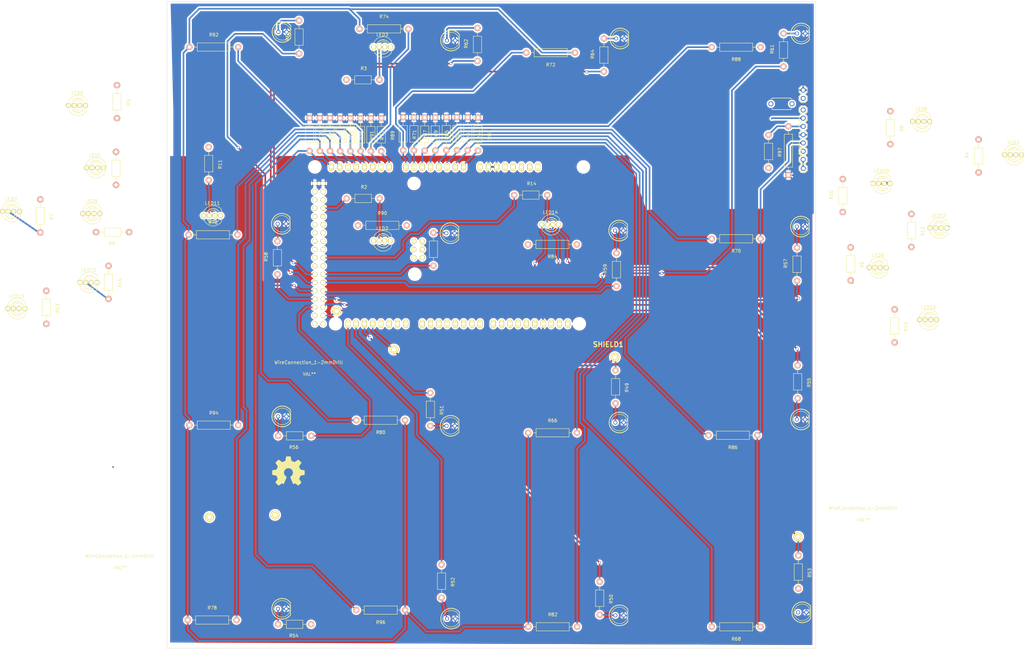
<source format=kicad_pcb>
(kicad_pcb (version 4) (host pcbnew 0.201501251816+5388~20~ubuntu14.04.1-product)
  (layers (0 F.Cu jumper) (31 B.Cu signal) (34 B.Paste user) (35 F.Paste user) (36 B.SilkS user) (37 F.SilkS user) (38 B.Mask user) (39 F.Mask user) (44 Edge.Cuts user))
  (net 0 "")
  (net 1 "Net-(BT1-Pad1)")
  (net 2 GND)
  (net 3 "Net-(JP1-Pad1)")
  (net 4 "Net-(JP2-Pad2)")
  (net 5 5V)
  (net 6 "Net-(JP2-Pad5)")
  (net 7 "Net-(JP2-Pad6)")
  (net 8 "Net-(JP2-Pad7)")
  (net 9 "Net-(R1-Pad1)")
  (net 10 "Net-(LED1-PadA)")
  (net 11 "Net-(R2-Pad1)")
  (net 12 "Net-(LED2-PadA)")
  (net 13 "Net-(R3-Pad1)")
  (net 14 "Net-(LED3-PadA)")
  (net 15 "Net-(R4-Pad1)")
  (net 16 "Net-(LED4-PadA)")
  (net 17 "Net-(R5-Pad1)")
  (net 18 "Net-(LED5-PadA)")
  (net 19 "Net-(R6-Pad1)")
  (net 20 "Net-(LED6-PadA)")
  (net 21 "Net-(R7-Pad1)")
  (net 22 "Net-(LED7-PadA)")
  (net 23 "Net-(R8-Pad1)")
  (net 24 "Net-(LED8-PadA)")
  (net 25 "Net-(R9-Pad1)")
  (net 26 "Net-(LED9-PadA)")
  (net 27 "Net-(R10-Pad1)")
  (net 28 "Net-(LED10-PadA)")
  (net 29 "Net-(R11-Pad1)")
  (net 30 "Net-(LED11-PadA)")
  (net 31 "Net-(R12-Pad1)")
  (net 32 "Net-(LED12-PadA)")
  (net 33 "Net-(R13-Pad1)")
  (net 34 "Net-(LED13-PadA)")
  (net 35 "Net-(R14-Pad1)")
  (net 36 "Net-(LED14-PadA)")
  (net 37 "Net-(R15-Pad1)")
  (net 38 "Net-(LED15-PadA)")
  (net 39 "Net-(R16-Pad1)")
  (net 40 "Net-(LED16-PadA)")
  (net 41 "Net-(R49-Pad1)")
  (net 42 "Net-(R50-Pad1)")
  (net 43 "Net-(R51-Pad1)")
  (net 44 "Net-(R52-Pad1)")
  (net 45 "Net-(R53-Pad1)")
  (net 46 "Net-(R54-Pad1)")
  (net 47 "Net-(R55-Pad1)")
  (net 48 "Net-(R56-Pad1)")
  (net 49 "Net-(R57-Pad1)")
  (net 50 "Net-(R58-Pad1)")
  (net 51 "Net-(R59-Pad1)")
  (net 52 "Net-(R60-Pad1)")
  (net 53 "Net-(R61-Pad1)")
  (net 54 "Net-(R62-Pad1)")
  (net 55 "Net-(R63-Pad1)")
  (net 56 "Net-(R64-Pad1)")
  (net 57 "Net-(R65-Pad2)")
  (net 58 "Net-(R67-Pad2)")
  (net 59 "Net-(R69-Pad2)")
  (net 60 "Net-(R71-Pad2)")
  (net 61 "Net-(R73-Pad2)")
  (net 62 "Net-(R75-Pad2)")
  (net 63 "Net-(R77-Pad2)")
  (net 64 "Net-(R79-Pad2)")
  (net 65 "Net-(R81-Pad2)")
  (net 66 "Net-(R83-Pad2)")
  (net 67 "Net-(R85-Pad2)")
  (net 68 "Net-(R87-Pad2)")
  (net 69 "Net-(R89-Pad2)")
  (net 70 "Net-(R91-Pad2)")
  (net 71 "Net-(R93-Pad2)")
  (net 72 "Net-(R95-Pad2)")
  (net 73 "Net-(R97-Pad2)")
  (net 74 "Net-(SHIELD1-Pad14)")
  (net 75 "Net-(SHIELD1-Pad15)")
  (net 76 "Net-(SHIELD1-Pad16)")
  (net 77 "Net-(SHIELD1-Pad17)")
  (net 78 "Net-(SHIELD1-PadV_IN)")
  (net 79 "Net-(SHIELD1-Pad3V3)")
  (net 80 "Net-(SHIELD1-PadRST)")
  (net 81 "Net-(SHIELD1-Pad0)")
  (net 82 "Net-(SHIELD1-Pad1)")
  (net 83 "Net-(SHIELD1-Pad2)")
  (net 84 "Net-(SHIELD1-Pad3)")
  (net 85 "Net-(SHIELD1-Pad4)")
  (net 86 "Net-(SHIELD1-Pad5)")
  (net 87 "Net-(SHIELD1-Pad6)")
  (net 88 "Net-(SHIELD1-Pad7)")
  (net 89 "Net-(SHIELD1-Pad8)")
  (net 90 "Net-(SHIELD1-Pad9)")
  (net 91 "Net-(SHIELD1-Pad12)")
  (net 92 "Net-(SHIELD1-Pad13)")
  (net 93 "Net-(SHIELD1-PadAREF)")
  (net 94 "Net-(SHIELD1-Pad5V_4)")
  (net 95 "Net-(SHIELD1-Pad5V_5)")
  (net 96 "Net-(SHIELD1-Pad50)")
  (net 97 "Net-(SHIELD1-Pad51)")
  (net 98 "Net-(SHIELD1-Pad52)")
  (net 99 "Net-(SHIELD1-Pad53)")
  (net 100 "Net-(SHIELD1-PadSP1)")
  (net 101 "Net-(SHIELD1-PadSP2)")
  (net 102 "Net-(SHIELD1-PadSP3)")
  (net 103 "Net-(SHIELD1-PadSP4)")
  (net 104 "Net-(SHIELD1-PadSP5)")
  (net 105 "Net-(SHIELD1-PadSP6)")
  (net 106 "Net-(SHIELD1-PadIO_R)")
  (net 107 "Net-(SHIELD1-PadNC)")
  (net 108 "Net-(SHIELD1-PadSDA)")
  (net 109 "Net-(SHIELD1-PadSCL)")
  (net 110 "Net-(D1-PadA)")
  (net 111 "Net-(D2-PadA)")
  (net 112 "Net-(D3-PadA)")
  (net 113 "Net-(D4-PadA)")
  (net 114 "Net-(D5-PadA)")
  (net 115 "Net-(D6-PadA)")
  (net 116 "Net-(D7-PadA)")
  (net 117 "Net-(D8-PadA)")
  (net 118 "Net-(D9-PadA)")
  (net 119 "Net-(D10-PadA)")
  (net 120 "Net-(D11-PadA)")
  (net 121 "Net-(D12-PadA)")
  (net 122 "Net-(D13-PadA)")
  (net 123 "Net-(D14-PadA)")
  (net 124 "Net-(D15-PadA)")
  (net 125 "Net-(D16-PadA)")
  (net 126 R)
  (net 127 G)
  (net 128 B)
  (module Wire_Connections_Bridges:WireConnection_1-2mmDrill (layer F.Cu) (at 83.2104 85.725)
    (fp_text reference WireConnection_1-2mmDrill (at -0.2286 0.2032) (layer F.SilkS))
    (fp_text value VAL** (at 0 3.81) (layer F.SilkS))
    (pad 1 thru_hole circle (at 27.3812 -11.7856) (size 2.70002 2.70002) (drill 1.19888) (layers *.Cu *.Mask F.SilkS))
    (pad 2 thru_hole circle (at 47.5488 -12.446) (size 2.70002 2.70002) (drill 1.19888) (layers *.Cu *.Mask F.SilkS))
  )
  (module Freetronics:1X02 (layer F.Cu) (at 293.116 -54.864 90)
    (fp_text reference BT1)
    (fp_text value BATTERY hide)
    (pad 1 thru_hole oval (at 0 0 180) (size 1.524 1.524) (drill 1.016) (layers *.Cu *.Mask) (net 1 "Net-(BT1-Pad1)"))
    (pad 2 thru_hole oval (at 2.54 0 180) (size 1.524 1.524) (drill 1.016) (layers *.Cu *.Mask) (net 2 GND))
  )
  (module Freetronics:1X01 (layer F.Cu) (at 293.1414 -33.2994)
    (fp_text reference JP1)
    (fp_text value M01 hide)
    (pad 1 thru_hole oval (at 0 0 90) (size 1.524 1.524) (drill 1.016) (layers *.Cu *.Mask) (net 3 "Net-(JP1-Pad1)"))
  )
  (module Freetronics:1X07 (layer F.Cu) (at 293.116 -36.068 90)
    (fp_text reference JP2)
    (fp_text value M07 hide)
    (pad 1 thru_hole oval (at 0 0 180) (size 1.524 1.524) (drill 1.016) (layers *.Cu *.Mask) (net 3 "Net-(JP1-Pad1)"))
    (pad 2 thru_hole oval (at 2.54 0 180) (size 1.524 1.524) (drill 1.016) (layers *.Cu *.Mask) (net 4 "Net-(JP2-Pad2)"))
    (pad 3 thru_hole oval (at 5.08 0 180) (size 1.524 1.524) (drill 1.016) (layers *.Cu *.Mask) (net 5 5V))
    (pad 4 thru_hole oval (at 7.62 0 180) (size 1.524 1.524) (drill 1.016) (layers *.Cu *.Mask) (net 2 GND))
    (pad 5 thru_hole oval (at 10.16 0 180) (size 1.524 1.524) (drill 1.016) (layers *.Cu *.Mask) (net 6 "Net-(JP2-Pad5)"))
    (pad 6 thru_hole oval (at 12.7 0 180) (size 1.524 1.524) (drill 1.016) (layers *.Cu *.Mask) (net 7 "Net-(JP2-Pad6)"))
    (pad 7 thru_hole oval (at 15.24 0 180) (size 1.524 1.524) (drill 1.016) (layers *.Cu *.Mask) (net 8 "Net-(JP2-Pad7)"))
  )
  (module Resistors_ThroughHole:Resistor_Horizontal_RM15mm (layer F.Cu) (at 288.5694 -38.7858 270)
    (fp_text reference R98 (at 0 -3.74904 270) (layer F.SilkS))
    (fp_text value R hide)
    (pad 1 thru_hole circle (at -7.5 0 270) (size 1.99898 1.99898) (drill 1.00076) (layers *.Cu *.SilkS *.Mask) (net 6 "Net-(JP2-Pad5)"))
    (pad 2 thru_hole circle (at 7.5 0 270) (size 1.99898 1.99898) (drill 1.00076) (layers *.Cu *.SilkS *.Mask) (net 2 GND))
  )
  (module Freetronics:ARDUINO_MEGA_SHIELD (layer F.Cu) (at 239.522 -36.322 180)
    (fp_text reference SHIELD1 (at 6.35 -57.15 180) (layer F.SilkS) (effects (font (thickness 0.3048))))
    (fp_text value ARDUINO_MEGA_SHIELD hide)
    (pad 14 thru_hole oval (at 68.58 -50.8 270) (size 2.54 1.524) (drill 1.016) (layers *.Cu *.Mask F.SilkS) (net 74 "Net-(SHIELD1-Pad14)"))
    (pad 15 thru_hole oval (at 71.12 -50.8 270) (size 2.54 1.524) (drill 1.016) (layers *.Cu *.Mask F.SilkS) (net 75 "Net-(SHIELD1-Pad15)"))
    (pad 16 thru_hole oval (at 73.66 -50.8 270) (size 2.54 1.524) (drill 1.016) (layers *.Cu *.Mask F.SilkS) (net 76 "Net-(SHIELD1-Pad16)"))
    (pad 17 thru_hole oval (at 76.2 -50.8 270) (size 2.54 1.524) (drill 1.016) (layers *.Cu *.Mask F.SilkS) (net 77 "Net-(SHIELD1-Pad17)"))
    (pad 18 thru_hole oval (at 78.74 -50.8 270) (size 2.54 1.524) (drill 1.016) (layers *.Cu *.Mask F.SilkS) (net 41 "Net-(R49-Pad1)"))
    (pad 19 thru_hole oval (at 81.28 -50.8 270) (size 2.54 1.524) (drill 1.016) (layers *.Cu *.Mask F.SilkS) (net 42 "Net-(R50-Pad1)"))
    (pad 20 thru_hole oval (at 83.82 -50.8 270) (size 2.54 1.524) (drill 1.016) (layers *.Cu *.Mask F.SilkS) (net 43 "Net-(R51-Pad1)"))
    (pad 21 thru_hole oval (at 86.36 -50.8 270) (size 2.54 1.524) (drill 1.016) (layers *.Cu *.Mask F.SilkS) (net 44 "Net-(R52-Pad1)"))
    (pad AD15 thru_hole oval (at 91.44 -2.54 270) (size 2.54 1.524) (drill 1.016) (layers *.Cu *.Mask F.SilkS) (net 64 "Net-(R79-Pad2)"))
    (pad AD14 thru_hole oval (at 88.9 -2.54 270) (size 2.54 1.524) (drill 1.016) (layers *.Cu *.Mask F.SilkS) (net 72 "Net-(R95-Pad2)"))
    (pad AD13 thru_hole oval (at 86.36 -2.54 270) (size 2.54 1.524) (drill 1.016) (layers *.Cu *.Mask F.SilkS) (net 63 "Net-(R77-Pad2)"))
    (pad AD12 thru_hole oval (at 83.82 -2.54 270) (size 2.54 1.524) (drill 1.016) (layers *.Cu *.Mask F.SilkS) (net 71 "Net-(R93-Pad2)"))
    (pad AD8 thru_hole oval (at 73.66 -2.54 270) (size 2.54 1.524) (drill 1.016) (layers *.Cu *.Mask F.SilkS) (net 69 "Net-(R89-Pad2)"))
    (pad AD7 thru_hole oval (at 68.58 -2.54 270) (size 2.54 1.524) (drill 1.016) (layers *.Cu *.Mask F.SilkS) (net 60 "Net-(R71-Pad2)"))
    (pad AD6 thru_hole oval (at 66.04 -2.54 270) (size 2.54 1.524) (drill 1.016) (layers *.Cu *.Mask F.SilkS) (net 68 "Net-(R87-Pad2)"))
    (pad AD9 thru_hole oval (at 76.2 -2.54 270) (size 2.54 1.524) (drill 1.016) (layers *.Cu *.Mask F.SilkS) (net 61 "Net-(R73-Pad2)"))
    (pad AD10 thru_hole oval (at 78.74 -2.54 270) (size 2.54 1.524) (drill 1.016) (layers *.Cu *.Mask F.SilkS) (net 70 "Net-(R91-Pad2)"))
    (pad AD11 thru_hole oval (at 81.28 -2.54 270) (size 2.54 1.524) (drill 1.016) (layers *.Cu *.Mask F.SilkS) (net 62 "Net-(R75-Pad2)"))
    (pad AD5 thru_hole oval (at 63.5 -2.54 270) (size 2.54 1.524) (drill 1.016) (layers *.Cu *.Mask F.SilkS) (net 59 "Net-(R69-Pad2)"))
    (pad AD4 thru_hole oval (at 60.96 -2.54 270) (size 2.54 1.524) (drill 1.016) (layers *.Cu *.Mask F.SilkS) (net 67 "Net-(R85-Pad2)"))
    (pad AD3 thru_hole oval (at 58.42 -2.54 270) (size 2.54 1.524) (drill 1.016) (layers *.Cu *.Mask F.SilkS) (net 58 "Net-(R67-Pad2)"))
    (pad AD0 thru_hole oval (at 50.8 -2.54 270) (size 2.54 1.524) (drill 1.016) (layers *.Cu *.Mask F.SilkS) (net 66 "Net-(R83-Pad2)"))
    (pad AD1 thru_hole oval (at 53.34 -2.54 270) (size 2.54 1.524) (drill 1.016) (layers *.Cu *.Mask F.SilkS) (net 57 "Net-(R65-Pad2)"))
    (pad AD2 thru_hole oval (at 55.88 -2.54 270) (size 2.54 1.524) (drill 1.016) (layers *.Cu *.Mask F.SilkS) (net 65 "Net-(R81-Pad2)"))
    (pad V_IN thru_hole oval (at 45.72 -2.54 270) (size 2.54 1.524) (drill 1.016) (layers *.Cu *.Mask F.SilkS) (net 78 "Net-(SHIELD1-PadV_IN)"))
    (pad GND2 thru_hole oval (at 43.18 -2.54 270) (size 2.54 1.524) (drill 1.016) (layers *.Cu *.Mask F.SilkS) (net 2 GND))
    (pad GND1 thru_hole oval (at 40.64 -2.54 270) (size 2.54 1.524) (drill 1.016) (layers *.Cu *.Mask F.SilkS) (net 2 GND))
    (pad 3V3 thru_hole oval (at 35.56 -2.54 270) (size 2.54 1.524) (drill 1.016) (layers *.Cu *.Mask F.SilkS) (net 79 "Net-(SHIELD1-Pad3V3)"))
    (pad RST thru_hole oval (at 33.02 -2.54 270) (size 2.54 1.524) (drill 1.016) (layers *.Cu *.Mask F.SilkS) (net 80 "Net-(SHIELD1-PadRST)"))
    (pad 0 thru_hole oval (at 63.5 -50.8 270) (size 2.54 1.524) (drill 1.016) (layers *.Cu *.Mask F.SilkS) (net 81 "Net-(SHIELD1-Pad0)"))
    (pad 1 thru_hole oval (at 60.96 -50.8 270) (size 2.54 1.524) (drill 1.016) (layers *.Cu *.Mask F.SilkS) (net 82 "Net-(SHIELD1-Pad1)"))
    (pad 2 thru_hole oval (at 58.42 -50.8 270) (size 2.54 1.524) (drill 1.016) (layers *.Cu *.Mask F.SilkS) (net 83 "Net-(SHIELD1-Pad2)"))
    (pad 3 thru_hole oval (at 55.88 -50.8 270) (size 2.54 1.524) (drill 1.016) (layers *.Cu *.Mask F.SilkS) (net 84 "Net-(SHIELD1-Pad3)"))
    (pad 4 thru_hole oval (at 53.34 -50.8 270) (size 2.54 1.524) (drill 1.016) (layers *.Cu *.Mask F.SilkS) (net 85 "Net-(SHIELD1-Pad4)"))
    (pad 5 thru_hole oval (at 50.8 -50.8 270) (size 2.54 1.524) (drill 1.016) (layers *.Cu *.Mask F.SilkS) (net 86 "Net-(SHIELD1-Pad5)"))
    (pad 6 thru_hole oval (at 48.26 -50.8 270) (size 2.54 1.524) (drill 1.016) (layers *.Cu *.Mask F.SilkS) (net 87 "Net-(SHIELD1-Pad6)"))
    (pad 7 thru_hole oval (at 45.72 -50.8 270) (size 2.54 1.524) (drill 1.016) (layers *.Cu *.Mask F.SilkS) (net 88 "Net-(SHIELD1-Pad7)"))
    (pad 8 thru_hole oval (at 41.656 -50.8 270) (size 2.54 1.524) (drill 1.016) (layers *.Cu *.Mask F.SilkS) (net 89 "Net-(SHIELD1-Pad8)"))
    (pad 9 thru_hole oval (at 39.116 -50.8 270) (size 2.54 1.524) (drill 1.016) (layers *.Cu *.Mask F.SilkS) (net 90 "Net-(SHIELD1-Pad9)"))
    (pad 10 thru_hole oval (at 36.576 -50.8 270) (size 2.54 1.524) (drill 1.016) (layers *.Cu *.Mask F.SilkS) (net 7 "Net-(JP2-Pad6)"))
    (pad 11 thru_hole oval (at 34.036 -50.8 270) (size 2.54 1.524) (drill 1.016) (layers *.Cu *.Mask F.SilkS) (net 73 "Net-(R97-Pad2)"))
    (pad 12 thru_hole oval (at 31.496 -50.8 270) (size 2.54 1.524) (drill 1.016) (layers *.Cu *.Mask F.SilkS) (net 91 "Net-(SHIELD1-Pad12)"))
    (pad 13 thru_hole oval (at 28.956 -50.8 270) (size 2.54 1.524) (drill 1.016) (layers *.Cu *.Mask F.SilkS) (net 92 "Net-(SHIELD1-Pad13)"))
    (pad GND3 thru_hole oval (at 26.416 -50.8 270) (size 2.54 1.524) (drill 1.016) (layers *.Cu *.Mask F.SilkS) (net 2 GND))
    (pad AREF thru_hole oval (at 23.876 -50.8 270) (size 2.54 1.524) (drill 1.016) (layers *.Cu *.Mask F.SilkS) (net 93 "Net-(SHIELD1-PadAREF)"))
    (pad 5V thru_hole oval (at 38.1 -2.54 270) (size 2.54 1.524) (drill 1.016) (layers *.Cu *.Mask F.SilkS) (net 5 5V))
    (pad "" np_thru_hole circle (at 96.52 -2.54 270) (size 3.175 3.175) (drill 3.175) (layers *.Cu *.Mask F.SilkS))
    (pad "" np_thru_hole circle (at 90.17 -50.8 270) (size 3.175 3.175) (drill 3.175) (layers *.Cu *.Mask F.SilkS))
    (pad "" np_thru_hole circle (at 15.24 -50.8 270) (size 3.175 3.175) (drill 3.175) (layers *.Cu *.Mask F.SilkS))
    (pad "" np_thru_hole circle (at 13.97 -2.54 270) (size 3.175 3.175) (drill 3.175) (layers *.Cu *.Mask F.SilkS))
    (pad 22 thru_hole circle (at 93.98 -48.26 180) (size 1.524 1.524) (drill 1.016) (layers *.Cu *.Mask F.SilkS) (net 45 "Net-(R53-Pad1)"))
    (pad 23 thru_hole circle (at 96.52 -48.26 180) (size 1.524 1.524) (drill 1.016) (layers *.Cu *.Mask F.SilkS) (net 46 "Net-(R54-Pad1)"))
    (pad 24 thru_hole circle (at 93.98 -45.72 180) (size 1.524 1.524) (drill 1.016) (layers *.Cu *.Mask F.SilkS) (net 47 "Net-(R55-Pad1)"))
    (pad 25 thru_hole circle (at 96.52 -45.72 180) (size 1.524 1.524) (drill 1.016) (layers *.Cu *.Mask F.SilkS) (net 48 "Net-(R56-Pad1)"))
    (pad 26 thru_hole circle (at 93.98 -43.18 180) (size 1.524 1.524) (drill 1.016) (layers *.Cu *.Mask F.SilkS) (net 49 "Net-(R57-Pad1)"))
    (pad 27 thru_hole circle (at 96.52 -43.18 180) (size 1.524 1.524) (drill 1.016) (layers *.Cu *.Mask F.SilkS) (net 50 "Net-(R58-Pad1)"))
    (pad 28 thru_hole circle (at 93.98 -40.64 180) (size 1.524 1.524) (drill 1.016) (layers *.Cu *.Mask F.SilkS) (net 51 "Net-(R59-Pad1)"))
    (pad 29 thru_hole circle (at 96.52 -40.64 180) (size 1.524 1.524) (drill 1.016) (layers *.Cu *.Mask F.SilkS) (net 52 "Net-(R60-Pad1)"))
    (pad 5V_4 thru_hole circle (at 93.98 -50.8 180) (size 1.524 1.524) (drill 1.016) (layers *.Cu *.Mask F.SilkS) (net 94 "Net-(SHIELD1-Pad5V_4)"))
    (pad 5V_5 thru_hole circle (at 96.52 -50.8 180) (size 1.524 1.524) (drill 1.016) (layers *.Cu *.Mask F.SilkS) (net 95 "Net-(SHIELD1-Pad5V_5)"))
    (pad 31 thru_hole circle (at 96.52 -38.1 180) (size 1.524 1.524) (drill 1.016) (layers *.Cu *.Mask F.SilkS) (net 54 "Net-(R62-Pad1)"))
    (pad 30 thru_hole circle (at 93.98 -38.1 180) (size 1.524 1.524) (drill 1.016) (layers *.Cu *.Mask F.SilkS) (net 53 "Net-(R61-Pad1)"))
    (pad 32 thru_hole circle (at 93.98 -35.56 180) (size 1.524 1.524) (drill 1.016) (layers *.Cu *.Mask F.SilkS) (net 55 "Net-(R63-Pad1)"))
    (pad 33 thru_hole circle (at 96.52 -35.56 180) (size 1.524 1.524) (drill 1.016) (layers *.Cu *.Mask F.SilkS) (net 56 "Net-(R64-Pad1)"))
    (pad 34 thru_hole circle (at 93.98 -33.02 180) (size 1.524 1.524) (drill 1.016) (layers *.Cu *.Mask F.SilkS) (net 39 "Net-(R16-Pad1)"))
    (pad 35 thru_hole circle (at 96.52 -33.02 180) (size 1.524 1.524) (drill 1.016) (layers *.Cu *.Mask F.SilkS) (net 37 "Net-(R15-Pad1)"))
    (pad 36 thru_hole circle (at 93.98 -30.48 180) (size 1.524 1.524) (drill 1.016) (layers *.Cu *.Mask F.SilkS) (net 35 "Net-(R14-Pad1)"))
    (pad 37 thru_hole circle (at 96.52 -30.48 180) (size 1.524 1.524) (drill 1.016) (layers *.Cu *.Mask F.SilkS) (net 33 "Net-(R13-Pad1)"))
    (pad 38 thru_hole circle (at 93.98 -27.94 180) (size 1.524 1.524) (drill 1.016) (layers *.Cu *.Mask F.SilkS) (net 31 "Net-(R12-Pad1)"))
    (pad 39 thru_hole circle (at 96.52 -27.94 180) (size 1.524 1.524) (drill 1.016) (layers *.Cu *.Mask F.SilkS) (net 29 "Net-(R11-Pad1)"))
    (pad 40 thru_hole circle (at 93.98 -25.4 180) (size 1.524 1.524) (drill 1.016) (layers *.Cu *.Mask F.SilkS) (net 27 "Net-(R10-Pad1)"))
    (pad 41 thru_hole circle (at 96.52 -25.4 180) (size 1.524 1.524) (drill 1.016) (layers *.Cu *.Mask F.SilkS) (net 25 "Net-(R9-Pad1)"))
    (pad 42 thru_hole circle (at 93.98 -22.86 180) (size 1.524 1.524) (drill 1.016) (layers *.Cu *.Mask F.SilkS) (net 23 "Net-(R8-Pad1)"))
    (pad 43 thru_hole circle (at 96.52 -22.86 180) (size 1.524 1.524) (drill 1.016) (layers *.Cu *.Mask F.SilkS) (net 21 "Net-(R7-Pad1)"))
    (pad 44 thru_hole circle (at 93.98 -20.32 180) (size 1.524 1.524) (drill 1.016) (layers *.Cu *.Mask F.SilkS) (net 19 "Net-(R6-Pad1)"))
    (pad 45 thru_hole circle (at 96.52 -20.32 180) (size 1.524 1.524) (drill 1.016) (layers *.Cu *.Mask F.SilkS) (net 17 "Net-(R5-Pad1)"))
    (pad 46 thru_hole circle (at 93.98 -17.78 180) (size 1.524 1.524) (drill 1.016) (layers *.Cu *.Mask F.SilkS) (net 15 "Net-(R4-Pad1)"))
    (pad 47 thru_hole circle (at 96.52 -17.78 180) (size 1.524 1.524) (drill 1.016) (layers *.Cu *.Mask F.SilkS) (net 13 "Net-(R3-Pad1)"))
    (pad 48 thru_hole circle (at 93.98 -15.24 180) (size 1.524 1.524) (drill 1.016) (layers *.Cu *.Mask F.SilkS) (net 11 "Net-(R2-Pad1)"))
    (pad 49 thru_hole circle (at 96.52 -15.24 180) (size 1.524 1.524) (drill 1.016) (layers *.Cu *.Mask F.SilkS) (net 9 "Net-(R1-Pad1)"))
    (pad 50 thru_hole circle (at 93.98 -12.7 180) (size 1.524 1.524) (drill 1.016) (layers *.Cu *.Mask F.SilkS) (net 96 "Net-(SHIELD1-Pad50)"))
    (pad 51 thru_hole circle (at 96.52 -12.7 180) (size 1.524 1.524) (drill 1.016) (layers *.Cu *.Mask F.SilkS) (net 97 "Net-(SHIELD1-Pad51)"))
    (pad 52 thru_hole circle (at 93.98 -10.16 180) (size 1.524 1.524) (drill 1.016) (layers *.Cu *.Mask F.SilkS) (net 98 "Net-(SHIELD1-Pad52)"))
    (pad 53 thru_hole circle (at 96.52 -10.16 180) (size 1.524 1.524) (drill 1.016) (layers *.Cu *.Mask F.SilkS) (net 99 "Net-(SHIELD1-Pad53)"))
    (pad GND4 thru_hole circle (at 93.98 -7.62 180) (size 1.524 1.524) (drill 1.016) (layers *.Cu *.Mask F.SilkS) (net 2 GND))
    (pad GND5 thru_hole circle (at 96.52 -7.62 180) (size 1.524 1.524) (drill 1.016) (layers *.Cu *.Mask F.SilkS) (net 2 GND))
    (pad SP1 thru_hole circle (at 63.5 -30.48 180) (size 1.524 1.524) (drill 0.8128) (layers *.Cu *.Mask F.SilkS) (net 100 "Net-(SHIELD1-PadSP1)"))
    (pad SP2 thru_hole circle (at 66.04 -30.48 180) (size 1.524 1.524) (drill 0.8128) (layers *.Cu *.Mask F.SilkS) (net 101 "Net-(SHIELD1-PadSP2)"))
    (pad SP3 thru_hole circle (at 63.5 -27.94 180) (size 1.524 1.524) (drill 0.8128) (layers *.Cu *.Mask F.SilkS) (net 102 "Net-(SHIELD1-PadSP3)"))
    (pad SP4 thru_hole circle (at 66.04 -27.94 180) (size 1.524 1.524) (drill 0.8128) (layers *.Cu *.Mask F.SilkS) (net 103 "Net-(SHIELD1-PadSP4)"))
    (pad SP5 thru_hole circle (at 63.5 -25.4 180) (size 1.524 1.524) (drill 0.8128) (layers *.Cu *.Mask F.SilkS) (net 104 "Net-(SHIELD1-PadSP5)"))
    (pad SP6 thru_hole circle (at 66.04 -25.4 180) (size 1.524 1.524) (drill 0.8128) (layers *.Cu *.Mask F.SilkS) (net 105 "Net-(SHIELD1-PadSP6)"))
    (pad "" np_thru_hole circle (at 65.786 -35.56 180) (size 3.175 3.175) (drill 3.175) (layers *.Cu *.Mask F.SilkS))
    (pad "" np_thru_hole circle (at 66.04 -7.62 180) (size 3.175 3.175) (drill 3.175) (layers *.Cu *.Mask F.SilkS))
    (pad IO_R thru_hole oval (at 30.48 -2.54 270) (size 2.54 1.524) (drill 1.016) (layers *.Cu *.Mask F.SilkS) (net 106 "Net-(SHIELD1-PadIO_R)"))
    (pad NC thru_hole oval (at 27.94 -2.54 270) (size 2.54 1.524) (drill 1.016) (layers *.Cu *.Mask F.SilkS) (net 107 "Net-(SHIELD1-PadNC)"))
    (pad SDA thru_hole oval (at 21.336 -50.8 270) (size 2.54 1.524) (drill 1.016) (layers *.Cu *.Mask F.SilkS) (net 108 "Net-(SHIELD1-PadSDA)"))
    (pad SCL thru_hole oval (at 18.796 -50.8 270) (size 2.54 1.524) (drill 1.016) (layers *.Cu *.Mask F.SilkS) (net 109 "Net-(SHIELD1-PadSCL)"))
  )
  (module Freetronics:LED-5MM (layer F.Cu) (at 236.6518 44.8564)
    (fp_text reference D1)
    (fp_text value LED hide)
    (pad A thru_hole oval (at -1.27 0) (size 1.2192 1.2192) (drill 0.8128) (layers *.Cu *.Mask) (net 110 "Net-(D1-PadA)"))
    (pad K thru_hole oval (at 1.27 0) (size 1.2192 1.2192) (drill 0.8128) (layers *.Cu *.Mask) (net 2 GND))
  )
  (module Freetronics:LED-5MM (layer F.Cu) (at 236.6518 104.1908)
    (fp_text reference D2)
    (fp_text value LED hide)
    (pad A thru_hole oval (at -1.27 0) (size 1.2192 1.2192) (drill 0.8128) (layers *.Cu *.Mask) (net 111 "Net-(D2-PadA)"))
    (pad K thru_hole oval (at 1.27 0) (size 1.2192 1.2192) (drill 0.8128) (layers *.Cu *.Mask) (net 2 GND))
  )
  (module Freetronics:LED-5MM (layer F.Cu) (at 184.7342 45.8724)
    (fp_text reference D3)
    (fp_text value LED hide)
    (pad A thru_hole oval (at -1.27 0) (size 1.2192 1.2192) (drill 0.8128) (layers *.Cu *.Mask) (net 112 "Net-(D3-PadA)"))
    (pad K thru_hole oval (at 1.27 0) (size 1.2192 1.2192) (drill 0.8128) (layers *.Cu *.Mask) (net 2 GND))
  )
  (module Freetronics:LED-5MM (layer F.Cu) (at 184.912 105.1814)
    (fp_text reference D4)
    (fp_text value LED hide)
    (pad A thru_hole oval (at -1.27 0) (size 1.2192 1.2192) (drill 0.8128) (layers *.Cu *.Mask) (net 113 "Net-(D4-PadA)"))
    (pad K thru_hole oval (at 1.27 0) (size 1.2192 1.2192) (drill 0.8128) (layers *.Cu *.Mask) (net 2 GND))
  )
  (module Freetronics:LED-5MM (layer F.Cu) (at 292.8366 103.251)
    (fp_text reference D5)
    (fp_text value LED hide)
    (pad A thru_hole oval (at -1.27 0) (size 1.2192 1.2192) (drill 0.8128) (layers *.Cu *.Mask) (net 114 "Net-(D5-PadA)"))
    (pad K thru_hole oval (at 1.27 0) (size 1.2192 1.2192) (drill 0.8128) (layers *.Cu *.Mask) (net 2 GND))
  )
  (module Freetronics:LED-5MM (layer F.Cu) (at 132.9436 102.1588)
    (fp_text reference D6)
    (fp_text value LED hide)
    (pad A thru_hole oval (at -1.27 0) (size 1.2192 1.2192) (drill 0.8128) (layers *.Cu *.Mask) (net 115 "Net-(D6-PadA)"))
    (pad K thru_hole oval (at 1.27 0) (size 1.2192 1.2192) (drill 0.8128) (layers *.Cu *.Mask) (net 2 GND))
  )
  (module Freetronics:LED-5MM (layer F.Cu) (at 292.4302 43.9166)
    (fp_text reference D7)
    (fp_text value LED hide)
    (pad A thru_hole oval (at -1.27 0) (size 1.2192 1.2192) (drill 0.8128) (layers *.Cu *.Mask) (net 116 "Net-(D7-PadA)"))
    (pad K thru_hole oval (at 1.27 0) (size 1.2192 1.2192) (drill 0.8128) (layers *.Cu *.Mask) (net 2 GND))
  )
  (module Freetronics:LED-5MM (layer F.Cu) (at 132.9944 42.9768)
    (fp_text reference D8)
    (fp_text value LED hide)
    (pad A thru_hole oval (at -1.27 0) (size 1.2192 1.2192) (drill 0.8128) (layers *.Cu *.Mask) (net 117 "Net-(D8-PadA)"))
    (pad K thru_hole oval (at 1.27 0) (size 1.2192 1.2192) (drill 0.8128) (layers *.Cu *.Mask) (net 2 GND))
  )
  (module Freetronics:LED-5MM (layer F.Cu) (at 292.4302 -15.4178)
    (fp_text reference D9)
    (fp_text value LED hide)
    (pad A thru_hole oval (at -1.27 0) (size 1.2192 1.2192) (drill 0.8128) (layers *.Cu *.Mask) (net 118 "Net-(D9-PadA)"))
    (pad K thru_hole oval (at 1.27 0) (size 1.2192 1.2192) (drill 0.8128) (layers *.Cu *.Mask) (net 2 GND))
  )
  (module Freetronics:LED-5MM (layer F.Cu) (at 132.842 -16.2814)
    (fp_text reference D10)
    (fp_text value LED hide)
    (pad A thru_hole oval (at -1.27 0) (size 1.2192 1.2192) (drill 0.8128) (layers *.Cu *.Mask) (net 119 "Net-(D10-PadA)"))
    (pad K thru_hole oval (at 1.27 0) (size 1.2192 1.2192) (drill 0.8128) (layers *.Cu *.Mask) (net 2 GND))
  )
  (module Freetronics:LED-5MM (layer F.Cu) (at 236.5502 -14.1986)
    (fp_text reference D11)
    (fp_text value LED hide)
    (pad A thru_hole oval (at -1.27 0) (size 1.2192 1.2192) (drill 0.8128) (layers *.Cu *.Mask) (net 120 "Net-(D11-PadA)"))
    (pad K thru_hole oval (at 1.27 0) (size 1.2192 1.2192) (drill 0.8128) (layers *.Cu *.Mask) (net 2 GND))
  )
  (module Freetronics:LED-5MM (layer F.Cu) (at 133.0452 -75.311)
    (fp_text reference D12)
    (fp_text value LED hide)
    (pad A thru_hole oval (at -1.27 0) (size 1.2192 1.2192) (drill 0.8128) (layers *.Cu *.Mask) (net 121 "Net-(D12-PadA)"))
    (pad K thru_hole oval (at 1.27 0) (size 1.2192 1.2192) (drill 0.8128) (layers *.Cu *.Mask) (net 2 GND))
  )
  (module Freetronics:LED-5MM (layer F.Cu) (at 292.5064 -74.8284)
    (fp_text reference D13)
    (fp_text value LED hide)
    (pad A thru_hole oval (at -1.27 0) (size 1.2192 1.2192) (drill 0.8128) (layers *.Cu *.Mask) (net 122 "Net-(D13-PadA)"))
    (pad K thru_hole oval (at 1.27 0) (size 1.2192 1.2192) (drill 0.8128) (layers *.Cu *.Mask) (net 2 GND))
  )
  (module Freetronics:LED-5MM (layer F.Cu) (at 184.8612 -72.6694)
    (fp_text reference D14)
    (fp_text value LED hide)
    (pad A thru_hole oval (at -1.27 0) (size 1.2192 1.2192) (drill 0.8128) (layers *.Cu *.Mask) (net 123 "Net-(D14-PadA)"))
    (pad K thru_hole oval (at 1.27 0) (size 1.2192 1.2192) (drill 0.8128) (layers *.Cu *.Mask) (net 2 GND))
  )
  (module Freetronics:LED-5MM (layer F.Cu) (at 184.6834 -13.3858)
    (fp_text reference D15)
    (fp_text value LED hide)
    (pad A thru_hole oval (at -1.27 0) (size 1.2192 1.2192) (drill 0.8128) (layers *.Cu *.Mask) (net 124 "Net-(D15-PadA)"))
    (pad K thru_hole oval (at 1.27 0) (size 1.2192 1.2192) (drill 0.8128) (layers *.Cu *.Mask) (net 2 GND))
  )
  (module Freetronics:LED-5MM (layer F.Cu) (at 236.8804 -73.279)
    (fp_text reference D16)
    (fp_text value LED hide)
    (pad A thru_hole oval (at -1.27 0) (size 1.2192 1.2192) (drill 0.8128) (layers *.Cu *.Mask) (net 125 "Net-(D16-PadA)"))
    (pad K thru_hole oval (at 1.27 0) (size 1.2192 1.2192) (drill 0.8128) (layers *.Cu *.Mask) (net 2 GND))
  )
  (module Resistors_ThroughHole:Resistor_Horizontal_RM15mm (layer F.Cu) (at 216.0778 48.006)
    (fp_text reference R66 (at 0 -3.74904) (layer F.SilkS))
    (fp_text value RES_PHOTO_LDR hide)
    (pad 1 thru_hole circle (at -7.5 0) (size 1.99898 1.99898) (drill 1.00076) (layers *.Cu *.SilkS *.Mask) (net 5 5V))
    (pad 2 thru_hole circle (at 7.5 0) (size 1.99898 1.99898) (drill 1.00076) (layers *.Cu *.SilkS *.Mask) (net 57 "Net-(R65-Pad2)"))
  )
  (module Resistors_ThroughHole:Resistor_Horizontal_RM15mm (layer F.Cu) (at 272.5166 107.696 180)
    (fp_text reference R68 (at 0 -3.74904 180) (layer F.SilkS))
    (fp_text value RES_PHOTO_LDR hide)
    (pad 1 thru_hole circle (at -7.5 0 180) (size 1.99898 1.99898) (drill 1.00076) (layers *.Cu *.SilkS *.Mask) (net 5 5V))
    (pad 2 thru_hole circle (at 7.5 0 180) (size 1.99898 1.99898) (drill 1.00076) (layers *.Cu *.SilkS *.Mask) (net 58 "Net-(R67-Pad2)"))
  )
  (module Resistors_ThroughHole:Resistor_Horizontal_RM15mm (layer F.Cu) (at 272.5166 -11.684 180)
    (fp_text reference R70 (at 0 -3.74904 180) (layer F.SilkS))
    (fp_text value RES_PHOTO_LDR hide)
    (pad 1 thru_hole circle (at -7.5 0 180) (size 1.99898 1.99898) (drill 1.00076) (layers *.Cu *.SilkS *.Mask) (net 5 5V))
    (pad 2 thru_hole circle (at 7.5 0 180) (size 1.99898 1.99898) (drill 1.00076) (layers *.Cu *.SilkS *.Mask) (net 59 "Net-(R69-Pad2)"))
  )
  (module Resistors_ThroughHole:Resistor_Horizontal_RM15mm (layer F.Cu) (at 215.4936 -68.9356 180)
    (fp_text reference R72 (at 0 -3.74904 180) (layer F.SilkS))
    (fp_text value RES_PHOTO_LDR hide)
    (pad 1 thru_hole circle (at -7.5 0 180) (size 1.99898 1.99898) (drill 1.00076) (layers *.Cu *.SilkS *.Mask) (net 5 5V))
    (pad 2 thru_hole circle (at 7.5 0 180) (size 1.99898 1.99898) (drill 1.00076) (layers *.Cu *.SilkS *.Mask) (net 60 "Net-(R71-Pad2)"))
  )
  (module Resistors_ThroughHole:Resistor_Horizontal_RM15mm (layer F.Cu) (at 164.2618 -76.2508)
    (fp_text reference R74 (at 0 -3.74904) (layer F.SilkS))
    (fp_text value RES_PHOTO_LDR hide)
    (pad 1 thru_hole circle (at -7.5 0) (size 1.99898 1.99898) (drill 1.00076) (layers *.Cu *.SilkS *.Mask) (net 5 5V))
    (pad 2 thru_hole circle (at 7.5 0) (size 1.99898 1.99898) (drill 1.00076) (layers *.Cu *.SilkS *.Mask) (net 61 "Net-(R73-Pad2)"))
  )
  (module Resistors_ThroughHole:Resistor_Horizontal_RM15mm (layer F.Cu) (at 111.6838 -12.9032)
    (fp_text reference R76 (at 0 -3.74904) (layer F.SilkS))
    (fp_text value RES_PHOTO_LDR hide)
    (pad 1 thru_hole circle (at -7.5 0) (size 1.99898 1.99898) (drill 1.00076) (layers *.Cu *.SilkS *.Mask) (net 5 5V))
    (pad 2 thru_hole circle (at 7.5 0) (size 1.99898 1.99898) (drill 1.00076) (layers *.Cu *.SilkS *.Mask) (net 62 "Net-(R75-Pad2)"))
  )
  (module Resistors_ThroughHole:Resistor_Horizontal_RM15mm (layer F.Cu) (at 111.4298 105.6132)
    (fp_text reference R78 (at 0 -3.74904) (layer F.SilkS))
    (fp_text value RES_PHOTO_LDR hide)
    (pad 1 thru_hole circle (at -7.5 0) (size 1.99898 1.99898) (drill 1.00076) (layers *.Cu *.SilkS *.Mask) (net 5 5V))
    (pad 2 thru_hole circle (at 7.5 0) (size 1.99898 1.99898) (drill 1.00076) (layers *.Cu *.SilkS *.Mask) (net 63 "Net-(R77-Pad2)"))
  )
  (module Resistors_ThroughHole:Resistor_Horizontal_RM15mm (layer F.Cu) (at 163.2458 44.1452 180)
    (fp_text reference R80 (at 0 -3.74904 180) (layer F.SilkS))
    (fp_text value RES_PHOTO_LDR hide)
    (pad 1 thru_hole circle (at -7.5 0 180) (size 1.99898 1.99898) (drill 1.00076) (layers *.Cu *.SilkS *.Mask) (net 5 5V))
    (pad 2 thru_hole circle (at 7.5 0 180) (size 1.99898 1.99898) (drill 1.00076) (layers *.Cu *.SilkS *.Mask) (net 64 "Net-(R79-Pad2)"))
  )
  (module Resistors_ThroughHole:Resistor_Horizontal_RM15mm (layer F.Cu) (at 216.1286 107.696)
    (fp_text reference R82 (at 0 -3.74904) (layer F.SilkS))
    (fp_text value RES_PHOTO_LDR hide)
    (pad 1 thru_hole circle (at -7.5 0) (size 1.99898 1.99898) (drill 1.00076) (layers *.Cu *.SilkS *.Mask) (net 5 5V))
    (pad 2 thru_hole circle (at 7.5 0) (size 1.99898 1.99898) (drill 1.00076) (layers *.Cu *.SilkS *.Mask) (net 65 "Net-(R81-Pad2)"))
  )
  (module Resistors_ThroughHole:Resistor_Horizontal_RM15mm (layer F.Cu) (at 216.027 -9.9314 180)
    (fp_text reference R84 (at 0 -3.74904 180) (layer F.SilkS))
    (fp_text value RES_PHOTO_LDR hide)
    (pad 1 thru_hole circle (at -7.5 0 180) (size 1.99898 1.99898) (drill 1.00076) (layers *.Cu *.SilkS *.Mask) (net 5 5V))
    (pad 2 thru_hole circle (at 7.5 0 180) (size 1.99898 1.99898) (drill 1.00076) (layers *.Cu *.SilkS *.Mask) (net 66 "Net-(R83-Pad2)"))
  )
  (module Resistors_ThroughHole:Resistor_Horizontal_RM15mm (layer F.Cu) (at 271.5006 48.768 180)
    (fp_text reference R86 (at 0 -3.74904 180) (layer F.SilkS))
    (fp_text value RES_PHOTO_LDR hide)
    (pad 1 thru_hole circle (at -7.5 0 180) (size 1.99898 1.99898) (drill 1.00076) (layers *.Cu *.SilkS *.Mask) (net 5 5V))
    (pad 2 thru_hole circle (at 7.5 0 180) (size 1.99898 1.99898) (drill 1.00076) (layers *.Cu *.SilkS *.Mask) (net 67 "Net-(R85-Pad2)"))
  )
  (module Resistors_ThroughHole:Resistor_Horizontal_RM15mm (layer F.Cu) (at 272.5166 -70.612 180)
    (fp_text reference R88 (at 0 -3.74904 180) (layer F.SilkS))
    (fp_text value RES_PHOTO_LDR hide)
    (pad 1 thru_hole circle (at -7.5 0 180) (size 1.99898 1.99898) (drill 1.00076) (layers *.Cu *.SilkS *.Mask) (net 5 5V))
    (pad 2 thru_hole circle (at 7.5 0 180) (size 1.99898 1.99898) (drill 1.00076) (layers *.Cu *.SilkS *.Mask) (net 68 "Net-(R87-Pad2)"))
  )
  (module Resistors_ThroughHole:Resistor_Horizontal_RM15mm (layer F.Cu) (at 163.7538 -15.7988)
    (fp_text reference R90 (at 0 -3.74904) (layer F.SilkS))
    (fp_text value RES_PHOTO_LDR hide)
    (pad 1 thru_hole circle (at -7.5 0) (size 1.99898 1.99898) (drill 1.00076) (layers *.Cu *.SilkS *.Mask) (net 5 5V))
    (pad 2 thru_hole circle (at 7.5 0) (size 1.99898 1.99898) (drill 1.00076) (layers *.Cu *.SilkS *.Mask) (net 69 "Net-(R89-Pad2)"))
  )
  (module Resistors_ThroughHole:Resistor_Horizontal_RM15mm (layer F.Cu) (at 111.9378 -70.6628)
    (fp_text reference R92 (at 0 -3.74904) (layer F.SilkS))
    (fp_text value RES_PHOTO_LDR hide)
    (pad 1 thru_hole circle (at -7.5 0) (size 1.99898 1.99898) (drill 1.00076) (layers *.Cu *.SilkS *.Mask) (net 5 5V))
    (pad 2 thru_hole circle (at 7.5 0) (size 1.99898 1.99898) (drill 1.00076) (layers *.Cu *.SilkS *.Mask) (net 70 "Net-(R91-Pad2)"))
  )
  (module Resistors_ThroughHole:Resistor_Horizontal_RM15mm (layer F.Cu) (at 111.9378 45.6692)
    (fp_text reference R94 (at 0 -3.74904) (layer F.SilkS))
    (fp_text value RES_PHOTO_LDR hide)
    (pad 1 thru_hole circle (at -7.5 0) (size 1.99898 1.99898) (drill 1.00076) (layers *.Cu *.SilkS *.Mask) (net 5 5V))
    (pad 2 thru_hole circle (at 7.5 0) (size 1.99898 1.99898) (drill 1.00076) (layers *.Cu *.SilkS *.Mask) (net 71 "Net-(R93-Pad2)"))
  )
  (module Resistors_ThroughHole:Resistor_Horizontal_RM15mm (layer F.Cu) (at 163.2458 102.5652 180)
    (fp_text reference R96 (at 0 -3.74904 180) (layer F.SilkS))
    (fp_text value RES_PHOTO_LDR hide)
    (pad 1 thru_hole circle (at -7.5 0 180) (size 1.99898 1.99898) (drill 1.00076) (layers *.Cu *.SilkS *.Mask) (net 5 5V))
    (pad 2 thru_hole circle (at 7.5 0 180) (size 1.99898 1.99898) (drill 1.00076) (layers *.Cu *.SilkS *.Mask) (net 72 "Net-(R95-Pad2)"))
  )
  (module Freetronics:SW_PUSHBUTTON_TC0122 (layer F.Cu) (at 286.4358 -53.1876)
    (fp_text reference SW1)
    (fp_text value SW_SPST hide)
    (pad 1 thru_hole circle (at -3.2512 0) (size 1.524 1.524) (drill 1.016) (layers *.Cu *.Mask) (net 78 "Net-(SHIELD1-PadV_IN)"))
    (pad 2 thru_hole circle (at 3.2512 0) (size 1.524 1.524) (drill 1.016) (layers *.Cu *.Mask) (net 1 "Net-(BT1-Pad1)"))
  )
  (module finn_kicad:LED-RGB-comA-5MM (layer F.Cu) (at 75.4888 -33.528)
    (fp_text reference LED1 (at 0 -3.81) (layer F.SilkS))
    (fp_text value LED_RGB_COM_A hide)
    (pad KR thru_hole circle (at -2.68224 -0.00508) (size 1.524 1.524) (drill 0.762) (layers *.Cu *.Mask F.SilkS) (net 126 R))
    (pad A thru_hole circle (at -0.94996 -0.00508) (size 1.524 1.524) (drill 0.762) (layers *.Cu *.Mask F.SilkS) (net 10 "Net-(LED1-PadA)"))
    (pad KG thru_hole circle (at 0.75438 -0.00508) (size 1.524 1.524) (drill 0.762) (layers *.Cu *.Mask F.SilkS) (net 127 G))
    (pad KB thru_hole circle (at 2.54254 0.02286) (size 1.524 1.524) (drill 0.762) (layers *.Cu *.Mask F.SilkS) (net 128 B))
  )
  (module finn_kicad:LED-RGB-comA-5MM (layer F.Cu) (at 163.7284 -11.049)
    (fp_text reference LED2 (at 0 -3.81) (layer F.SilkS))
    (fp_text value LED_RGB_COM_A hide)
    (pad KR thru_hole circle (at -2.68224 -0.00508) (size 1.524 1.524) (drill 0.762) (layers *.Cu *.Mask F.SilkS) (net 126 R))
    (pad A thru_hole circle (at -0.94996 -0.00508) (size 1.524 1.524) (drill 0.762) (layers *.Cu *.Mask F.SilkS) (net 12 "Net-(LED2-PadA)"))
    (pad KG thru_hole circle (at 0.75438 -0.00508) (size 1.524 1.524) (drill 0.762) (layers *.Cu *.Mask F.SilkS) (net 127 G))
    (pad KB thru_hole circle (at 2.54254 0.02286) (size 1.524 1.524) (drill 0.762) (layers *.Cu *.Mask F.SilkS) (net 128 B))
  )
  (module finn_kicad:LED-RGB-comA-5MM (layer F.Cu) (at 163.7284 -70.6882)
    (fp_text reference LED3 (at 0 -3.81) (layer F.SilkS))
    (fp_text value LED_RGB_COM_A hide)
    (pad KR thru_hole circle (at -2.68224 -0.00508) (size 1.524 1.524) (drill 0.762) (layers *.Cu *.Mask F.SilkS) (net 126 R))
    (pad A thru_hole circle (at -0.94996 -0.00508) (size 1.524 1.524) (drill 0.762) (layers *.Cu *.Mask F.SilkS) (net 14 "Net-(LED3-PadA)"))
    (pad KG thru_hole circle (at 0.75438 -0.00508) (size 1.524 1.524) (drill 0.762) (layers *.Cu *.Mask F.SilkS) (net 127 G))
    (pad KB thru_hole circle (at 2.54254 0.02286) (size 1.524 1.524) (drill 0.762) (layers *.Cu *.Mask F.SilkS) (net 128 B))
  )
  (module finn_kicad:LED-RGB-comA-5MM (layer F.Cu) (at 357.7082 -37.5158)
    (fp_text reference LED4 (at 0 -3.81) (layer F.SilkS))
    (fp_text value LED_RGB_COM_A hide)
    (pad KR thru_hole circle (at -2.68224 -0.00508) (size 1.524 1.524) (drill 0.762) (layers *.Cu *.Mask F.SilkS) (net 126 R))
    (pad A thru_hole circle (at -0.94996 -0.00508) (size 1.524 1.524) (drill 0.762) (layers *.Cu *.Mask F.SilkS) (net 16 "Net-(LED4-PadA)"))
    (pad KG thru_hole circle (at 0.75438 -0.00508) (size 1.524 1.524) (drill 0.762) (layers *.Cu *.Mask F.SilkS) (net 127 G))
    (pad KB thru_hole circle (at 2.54254 0.02286) (size 1.524 1.524) (drill 0.762) (layers *.Cu *.Mask F.SilkS) (net 128 B))
  )
  (module finn_kicad:LED-RGB-comA-5MM (layer F.Cu) (at 69.977 -52.705)
    (fp_text reference LED5 (at 0 -3.81) (layer F.SilkS))
    (fp_text value LED_RGB_COM_A hide)
    (pad KR thru_hole circle (at -2.68224 -0.00508) (size 1.524 1.524) (drill 0.762) (layers *.Cu *.Mask F.SilkS) (net 126 R))
    (pad A thru_hole circle (at -0.94996 -0.00508) (size 1.524 1.524) (drill 0.762) (layers *.Cu *.Mask F.SilkS) (net 18 "Net-(LED5-PadA)"))
    (pad KG thru_hole circle (at 0.75438 -0.00508) (size 1.524 1.524) (drill 0.762) (layers *.Cu *.Mask F.SilkS) (net 127 G))
    (pad KB thru_hole circle (at 2.54254 0.02286) (size 1.524 1.524) (drill 0.762) (layers *.Cu *.Mask F.SilkS) (net 128 B))
  )
  (module finn_kicad:LED-RGB-comA-5MM (layer F.Cu) (at 316.103 -2.794)
    (fp_text reference LED6 (at 0 -3.81) (layer F.SilkS))
    (fp_text value LED_RGB_COM_A hide)
    (pad KR thru_hole circle (at -2.68224 -0.00508) (size 1.524 1.524) (drill 0.762) (layers *.Cu *.Mask F.SilkS) (net 126 R))
    (pad A thru_hole circle (at -0.94996 -0.00508) (size 1.524 1.524) (drill 0.762) (layers *.Cu *.Mask F.SilkS) (net 20 "Net-(LED6-PadA)"))
    (pad KG thru_hole circle (at 0.75438 -0.00508) (size 1.524 1.524) (drill 0.762) (layers *.Cu *.Mask F.SilkS) (net 127 G))
    (pad KB thru_hole circle (at 2.54254 0.02286) (size 1.524 1.524) (drill 0.762) (layers *.Cu *.Mask F.SilkS) (net 128 B))
  )
  (module finn_kicad:LED-RGB-comA-5MM (layer F.Cu) (at 49.657 -20.0914)
    (fp_text reference LED7 (at 0 -3.81) (layer F.SilkS))
    (fp_text value LED_RGB_COM_A hide)
    (pad KR thru_hole circle (at -2.68224 -0.00508) (size 1.524 1.524) (drill 0.762) (layers *.Cu *.Mask F.SilkS) (net 126 R))
    (pad A thru_hole circle (at -0.94996 -0.00508) (size 1.524 1.524) (drill 0.762) (layers *.Cu *.Mask F.SilkS) (net 22 "Net-(LED7-PadA)"))
    (pad KG thru_hole circle (at 0.75438 -0.00508) (size 1.524 1.524) (drill 0.762) (layers *.Cu *.Mask F.SilkS) (net 127 G))
    (pad KB thru_hole circle (at 2.54254 0.02286) (size 1.524 1.524) (drill 0.762) (layers *.Cu *.Mask F.SilkS) (net 128 B))
  )
  (module finn_kicad:LED-RGB-comA-5MM (layer F.Cu) (at 329.438 -47.752)
    (fp_text reference LED8 (at 0 -3.81) (layer F.SilkS))
    (fp_text value LED_RGB_COM_A hide)
    (pad KR thru_hole circle (at -2.68224 -0.00508) (size 1.524 1.524) (drill 0.762) (layers *.Cu *.Mask F.SilkS) (net 126 R))
    (pad A thru_hole circle (at -0.94996 -0.00508) (size 1.524 1.524) (drill 0.762) (layers *.Cu *.Mask F.SilkS) (net 24 "Net-(LED8-PadA)"))
    (pad KG thru_hole circle (at 0.75438 -0.00508) (size 1.524 1.524) (drill 0.762) (layers *.Cu *.Mask F.SilkS) (net 127 G))
    (pad KB thru_hole circle (at 2.54254 0.02286) (size 1.524 1.524) (drill 0.762) (layers *.Cu *.Mask F.SilkS) (net 128 B))
  )
  (module finn_kicad:LED-RGB-comA-5MM (layer F.Cu) (at 74.3458 -19.431)
    (fp_text reference LED9 (at 0 -3.81) (layer F.SilkS))
    (fp_text value LED_RGB_COM_A hide)
    (pad KR thru_hole circle (at -2.68224 -0.00508) (size 1.524 1.524) (drill 0.762) (layers *.Cu *.Mask F.SilkS) (net 126 R))
    (pad A thru_hole circle (at -0.94996 -0.00508) (size 1.524 1.524) (drill 0.762) (layers *.Cu *.Mask F.SilkS) (net 26 "Net-(LED9-PadA)"))
    (pad KG thru_hole circle (at 0.75438 -0.00508) (size 1.524 1.524) (drill 0.762) (layers *.Cu *.Mask F.SilkS) (net 127 G))
    (pad KB thru_hole circle (at 2.54254 0.02286) (size 1.524 1.524) (drill 0.762) (layers *.Cu *.Mask F.SilkS) (net 128 B))
  )
  (module finn_kicad:LED-RGB-comA-5MM (layer F.Cu) (at 317.246 -28.702)
    (fp_text reference LED10 (at 0 -3.81) (layer F.SilkS))
    (fp_text value LED_RGB_COM_A hide)
    (pad KR thru_hole circle (at -2.68224 -0.00508) (size 1.524 1.524) (drill 0.762) (layers *.Cu *.Mask F.SilkS) (net 126 R))
    (pad A thru_hole circle (at -0.94996 -0.00508) (size 1.524 1.524) (drill 0.762) (layers *.Cu *.Mask F.SilkS) (net 28 "Net-(LED10-PadA)"))
    (pad KG thru_hole circle (at 0.75438 -0.00508) (size 1.524 1.524) (drill 0.762) (layers *.Cu *.Mask F.SilkS) (net 127 G))
    (pad KB thru_hole circle (at 2.54254 0.02286) (size 1.524 1.524) (drill 0.762) (layers *.Cu *.Mask F.SilkS) (net 128 B))
  )
  (module finn_kicad:LED-RGB-comA-5MM (layer F.Cu) (at 111.506 -18.796)
    (fp_text reference LED11 (at 0 -3.81) (layer F.SilkS))
    (fp_text value LED_RGB_COM_A hide)
    (pad KR thru_hole circle (at -2.68224 -0.00508) (size 1.524 1.524) (drill 0.762) (layers *.Cu *.Mask F.SilkS) (net 126 R))
    (pad A thru_hole circle (at -0.94996 -0.00508) (size 1.524 1.524) (drill 0.762) (layers *.Cu *.Mask F.SilkS) (net 30 "Net-(LED11-PadA)"))
    (pad KG thru_hole circle (at 0.75438 -0.00508) (size 1.524 1.524) (drill 0.762) (layers *.Cu *.Mask F.SilkS) (net 127 G))
    (pad KB thru_hole circle (at 2.54254 0.02286) (size 1.524 1.524) (drill 0.762) (layers *.Cu *.Mask F.SilkS) (net 128 B))
  )
  (module finn_kicad:LED-RGB-comA-5MM (layer F.Cu) (at 334.772 -14.986)
    (fp_text reference LED12 (at 0 -3.81) (layer F.SilkS))
    (fp_text value LED_RGB_COM_A hide)
    (pad KR thru_hole circle (at -2.68224 -0.00508) (size 1.524 1.524) (drill 0.762) (layers *.Cu *.Mask F.SilkS) (net 126 R))
    (pad A thru_hole circle (at -0.94996 -0.00508) (size 1.524 1.524) (drill 0.762) (layers *.Cu *.Mask F.SilkS) (net 32 "Net-(LED12-PadA)"))
    (pad KG thru_hole circle (at 0.75438 -0.00508) (size 1.524 1.524) (drill 0.762) (layers *.Cu *.Mask F.SilkS) (net 127 G))
    (pad KB thru_hole circle (at 2.54254 0.02286) (size 1.524 1.524) (drill 0.762) (layers *.Cu *.Mask F.SilkS) (net 128 B))
  )
  (module finn_kicad:LED-RGB-comA-5MM (layer F.Cu) (at 51.308 9.8044)
    (fp_text reference LED13 (at 0 -3.81) (layer F.SilkS))
    (fp_text value LED_RGB_COM_A hide)
    (pad KR thru_hole circle (at -2.68224 -0.00508) (size 1.524 1.524) (drill 0.762) (layers *.Cu *.Mask F.SilkS) (net 126 R))
    (pad A thru_hole circle (at -0.94996 -0.00508) (size 1.524 1.524) (drill 0.762) (layers *.Cu *.Mask F.SilkS) (net 34 "Net-(LED13-PadA)"))
    (pad KG thru_hole circle (at 0.75438 -0.00508) (size 1.524 1.524) (drill 0.762) (layers *.Cu *.Mask F.SilkS) (net 127 G))
    (pad KB thru_hole circle (at 2.54254 0.02286) (size 1.524 1.524) (drill 0.762) (layers *.Cu *.Mask F.SilkS) (net 128 B))
  )
  (module finn_kicad:LED-RGB-comA-5MM (layer F.Cu) (at 215.392 -16.002)
    (fp_text reference LED14 (at 0 -3.81) (layer F.SilkS))
    (fp_text value LED_RGB_COM_A hide)
    (pad KR thru_hole circle (at -2.68224 -0.00508) (size 1.524 1.524) (drill 0.762) (layers *.Cu *.Mask F.SilkS) (net 126 R))
    (pad A thru_hole circle (at -0.94996 -0.00508) (size 1.524 1.524) (drill 0.762) (layers *.Cu *.Mask F.SilkS) (net 36 "Net-(LED14-PadA)"))
    (pad KG thru_hole circle (at 0.75438 -0.00508) (size 1.524 1.524) (drill 0.762) (layers *.Cu *.Mask F.SilkS) (net 127 G))
    (pad KB thru_hole circle (at 2.54254 0.02286) (size 1.524 1.524) (drill 0.762) (layers *.Cu *.Mask F.SilkS) (net 128 B))
  )
  (module finn_kicad:LED-RGB-comA-5MM (layer F.Cu) (at 73.4822 1.7526)
    (fp_text reference LED15 (at 0 -3.81) (layer F.SilkS))
    (fp_text value LED_RGB_COM_A hide)
    (pad KR thru_hole circle (at -2.68224 -0.00508) (size 1.524 1.524) (drill 0.762) (layers *.Cu *.Mask F.SilkS) (net 126 R))
    (pad A thru_hole circle (at -0.94996 -0.00508) (size 1.524 1.524) (drill 0.762) (layers *.Cu *.Mask F.SilkS) (net 38 "Net-(LED15-PadA)"))
    (pad KG thru_hole circle (at 0.75438 -0.00508) (size 1.524 1.524) (drill 0.762) (layers *.Cu *.Mask F.SilkS) (net 127 G))
    (pad KB thru_hole circle (at 2.54254 0.02286) (size 1.524 1.524) (drill 0.762) (layers *.Cu *.Mask F.SilkS) (net 128 B))
  )
  (module finn_kicad:LED-RGB-comA-5MM (layer F.Cu) (at 331.5716 13.1826)
    (fp_text reference LED16 (at 0 -3.81) (layer F.SilkS))
    (fp_text value LED_RGB_COM_A hide)
    (pad KR thru_hole circle (at -2.68224 -0.00508) (size 1.524 1.524) (drill 0.762) (layers *.Cu *.Mask F.SilkS) (net 126 R))
    (pad A thru_hole circle (at -0.94996 -0.00508) (size 1.524 1.524) (drill 0.762) (layers *.Cu *.Mask F.SilkS) (net 40 "Net-(LED16-PadA)"))
    (pad KG thru_hole circle (at 0.75438 -0.00508) (size 1.524 1.524) (drill 0.762) (layers *.Cu *.Mask F.SilkS) (net 127 G))
    (pad KB thru_hole circle (at 2.54254 0.02286) (size 1.524 1.524) (drill 0.762) (layers *.Cu *.Mask F.SilkS) (net 128 B))
  )
  (module Resistors_ThroughHole:Resistor_Horizontal_RM10mm (layer F.Cu) (at 81.8642 -33.3248 90)
    (fp_text reference R1 (at 0.24892 -3.50012 90) (layer F.SilkS))
    (fp_text value 470 hide)
    (pad 1 thru_hole circle (at -5.08 0 90) (size 1.99898 1.99898) (drill 1.00076) (layers *.Cu *.SilkS *.Mask) (net 9 "Net-(R1-Pad1)"))
    (pad 2 thru_hole circle (at 5.08 0 90) (size 1.99898 1.99898) (drill 1.00076) (layers *.Cu *.SilkS *.Mask) (net 10 "Net-(LED1-PadA)"))
  )
  (module Resistors_ThroughHole:Resistor_Horizontal_RM10mm (layer F.Cu) (at 157.861 -24.0792)
    (fp_text reference R2 (at 0.24892 -3.50012) (layer F.SilkS))
    (fp_text value 470 hide)
    (pad 1 thru_hole circle (at -5.08 0) (size 1.99898 1.99898) (drill 1.00076) (layers *.Cu *.SilkS *.Mask) (net 11 "Net-(R2-Pad1)"))
    (pad 2 thru_hole circle (at 5.08 0) (size 1.99898 1.99898) (drill 1.00076) (layers *.Cu *.SilkS *.Mask) (net 12 "Net-(LED2-PadA)"))
  )
  (module Resistors_ThroughHole:Resistor_Horizontal_RM10mm (layer F.Cu) (at 157.7848 -60.579)
    (fp_text reference R3 (at 0.24892 -3.50012) (layer F.SilkS))
    (fp_text value 470 hide)
    (pad 1 thru_hole circle (at -5.08 0) (size 1.99898 1.99898) (drill 1.00076) (layers *.Cu *.SilkS *.Mask) (net 13 "Net-(R3-Pad1)"))
    (pad 2 thru_hole circle (at 5.08 0) (size 1.99898 1.99898) (drill 1.00076) (layers *.Cu *.SilkS *.Mask) (net 14 "Net-(LED3-PadA)"))
  )
  (module Resistors_ThroughHole:Resistor_Horizontal_RM10mm (layer F.Cu) (at 347.0402 -37.1348 90)
    (fp_text reference R4 (at 0.24892 -3.50012 90) (layer F.SilkS))
    (fp_text value 470 hide)
    (pad 1 thru_hole circle (at -5.08 0 90) (size 1.99898 1.99898) (drill 1.00076) (layers *.Cu *.SilkS *.Mask) (net 15 "Net-(R4-Pad1)"))
    (pad 2 thru_hole circle (at 5.08 0 90) (size 1.99898 1.99898) (drill 1.00076) (layers *.Cu *.SilkS *.Mask) (net 16 "Net-(LED4-PadA)"))
  )
  (module Resistors_ThroughHole:Resistor_Horizontal_RM10mm (layer F.Cu) (at 82.169 -53.848 270)
    (fp_text reference R5 (at 0.24892 -3.50012 270) (layer F.SilkS))
    (fp_text value 470 hide)
    (pad 1 thru_hole circle (at -5.08 0 270) (size 1.99898 1.99898) (drill 1.00076) (layers *.Cu *.SilkS *.Mask) (net 17 "Net-(R5-Pad1)"))
    (pad 2 thru_hole circle (at 5.08 0 270) (size 1.99898 1.99898) (drill 1.00076) (layers *.Cu *.SilkS *.Mask) (net 18 "Net-(LED5-PadA)"))
  )
  (module Resistors_ThroughHole:Resistor_Horizontal_RM10mm (layer F.Cu) (at 307.721 -3.937 270)
    (fp_text reference R6 (at 0.24892 -3.50012 270) (layer F.SilkS))
    (fp_text value 470 hide)
    (pad 1 thru_hole circle (at -5.08 0 270) (size 1.99898 1.99898) (drill 1.00076) (layers *.Cu *.SilkS *.Mask) (net 19 "Net-(R6-Pad1)"))
    (pad 2 thru_hole circle (at 5.08 0 270) (size 1.99898 1.99898) (drill 1.00076) (layers *.Cu *.SilkS *.Mask) (net 20 "Net-(LED6-PadA)"))
  )
  (module Resistors_ThroughHole:Resistor_Horizontal_RM10mm (layer F.Cu) (at 58.5978 -18.6944 270)
    (fp_text reference R7 (at 0.24892 -3.50012 270) (layer F.SilkS))
    (fp_text value 470 hide)
    (pad 1 thru_hole circle (at -5.08 0 270) (size 1.99898 1.99898) (drill 1.00076) (layers *.Cu *.SilkS *.Mask) (net 21 "Net-(R7-Pad1)"))
    (pad 2 thru_hole circle (at 5.08 0 270) (size 1.99898 1.99898) (drill 1.00076) (layers *.Cu *.SilkS *.Mask) (net 22 "Net-(LED7-PadA)"))
  )
  (module Resistors_ThroughHole:Resistor_Horizontal_RM10mm (layer F.Cu) (at 319.913 -45.847 270)
    (fp_text reference R8 (at 0.24892 -3.50012 270) (layer F.SilkS))
    (fp_text value 470 hide)
    (pad 1 thru_hole circle (at -5.08 0 270) (size 1.99898 1.99898) (drill 1.00076) (layers *.Cu *.SilkS *.Mask) (net 23 "Net-(R8-Pad1)"))
    (pad 2 thru_hole circle (at 5.08 0 270) (size 1.99898 1.99898) (drill 1.00076) (layers *.Cu *.SilkS *.Mask) (net 24 "Net-(LED8-PadA)"))
  )
  (module Resistors_ThroughHole:Resistor_Horizontal_RM10mm (layer F.Cu) (at 80.8228 -13.716 180)
    (fp_text reference R9 (at 0.24892 -3.50012 180) (layer F.SilkS))
    (fp_text value 470 hide)
    (pad 1 thru_hole circle (at -5.08 0 180) (size 1.99898 1.99898) (drill 1.00076) (layers *.Cu *.SilkS *.Mask) (net 25 "Net-(R9-Pad1)"))
    (pad 2 thru_hole circle (at 5.08 0 180) (size 1.99898 1.99898) (drill 1.00076) (layers *.Cu *.SilkS *.Mask) (net 26 "Net-(LED9-PadA)"))
  )
  (module Resistors_ThroughHole:Resistor_Horizontal_RM10mm (layer F.Cu) (at 305.2826 -24.9682 90)
    (fp_text reference R10 (at 0.24892 -3.50012 90) (layer F.SilkS))
    (fp_text value 470 hide)
    (pad 1 thru_hole circle (at -5.08 0 90) (size 1.99898 1.99898) (drill 1.00076) (layers *.Cu *.SilkS *.Mask) (net 27 "Net-(R10-Pad1)"))
    (pad 2 thru_hole circle (at 5.08 0 90) (size 1.99898 1.99898) (drill 1.00076) (layers *.Cu *.SilkS *.Mask) (net 28 "Net-(LED10-PadA)"))
  )
  (module Resistors_ThroughHole:Resistor_Horizontal_RM10mm (layer F.Cu) (at 110.363 -34.798 270)
    (fp_text reference R11 (at 0.24892 -3.50012 270) (layer F.SilkS))
    (fp_text value 470 hide)
    (pad 1 thru_hole circle (at -5.08 0 270) (size 1.99898 1.99898) (drill 1.00076) (layers *.Cu *.SilkS *.Mask) (net 29 "Net-(R11-Pad1)"))
    (pad 2 thru_hole circle (at 5.08 0 270) (size 1.99898 1.99898) (drill 1.00076) (layers *.Cu *.SilkS *.Mask) (net 30 "Net-(LED11-PadA)"))
  )
  (module Resistors_ThroughHole:Resistor_Horizontal_RM10mm (layer F.Cu) (at 326.39 -14.224 270)
    (fp_text reference R12 (at 0.24892 -3.50012 270) (layer F.SilkS))
    (fp_text value 470 hide)
    (pad 1 thru_hole circle (at -5.08 0 270) (size 1.99898 1.99898) (drill 1.00076) (layers *.Cu *.SilkS *.Mask) (net 31 "Net-(R12-Pad1)"))
    (pad 2 thru_hole circle (at 5.08 0 270) (size 1.99898 1.99898) (drill 1.00076) (layers *.Cu *.SilkS *.Mask) (net 32 "Net-(LED12-PadA)"))
  )
  (module Resistors_ThroughHole:Resistor_Horizontal_RM10mm (layer F.Cu) (at 60.452 9.4234 270)
    (fp_text reference R13 (at 0.24892 -3.50012 270) (layer F.SilkS))
    (fp_text value 470 hide)
    (pad 1 thru_hole circle (at -5.08 0 270) (size 1.99898 1.99898) (drill 1.00076) (layers *.Cu *.SilkS *.Mask) (net 33 "Net-(R13-Pad1)"))
    (pad 2 thru_hole circle (at 5.08 0 270) (size 1.99898 1.99898) (drill 1.00076) (layers *.Cu *.SilkS *.Mask) (net 34 "Net-(LED13-PadA)"))
  )
  (module Resistors_ThroughHole:Resistor_Horizontal_RM10mm (layer F.Cu) (at 209.3722 -25.1206)
    (fp_text reference R14 (at 0.24892 -3.50012) (layer F.SilkS))
    (fp_text value 470 hide)
    (pad 1 thru_hole circle (at -5.08 0) (size 1.99898 1.99898) (drill 1.00076) (layers *.Cu *.SilkS *.Mask) (net 35 "Net-(R14-Pad1)"))
    (pad 2 thru_hole circle (at 5.08 0) (size 1.99898 1.99898) (drill 1.00076) (layers *.Cu *.SilkS *.Mask) (net 36 "Net-(LED14-PadA)"))
  )
  (module Resistors_ThroughHole:Resistor_Horizontal_RM10mm (layer F.Cu) (at 79.5782 1.7526 270)
    (fp_text reference R15 (at 0.24892 -3.50012 270) (layer F.SilkS))
    (fp_text value 470 hide)
    (pad 1 thru_hole circle (at -5.08 0 270) (size 1.99898 1.99898) (drill 1.00076) (layers *.Cu *.SilkS *.Mask) (net 37 "Net-(R15-Pad1)"))
    (pad 2 thru_hole circle (at 5.08 0 270) (size 1.99898 1.99898) (drill 1.00076) (layers *.Cu *.SilkS *.Mask) (net 38 "Net-(LED15-PadA)"))
  )
  (module Resistors_ThroughHole:Resistor_Horizontal_RM10mm (layer F.Cu) (at 321.2338 15.1384 270)
    (fp_text reference R16 (at 0.24892 -3.50012 270) (layer F.SilkS))
    (fp_text value 470 hide)
    (pad 1 thru_hole circle (at -5.08 0 270) (size 1.99898 1.99898) (drill 1.00076) (layers *.Cu *.SilkS *.Mask) (net 39 "Net-(R16-Pad1)"))
    (pad 2 thru_hole circle (at 5.08 0 270) (size 1.99898 1.99898) (drill 1.00076) (layers *.Cu *.SilkS *.Mask) (net 40 "Net-(LED16-PadA)"))
  )
  (module Resistors_ThroughHole:Resistor_Horizontal_RM10mm (layer F.Cu) (at 235.4326 33.8836 270)
    (fp_text reference R49 (at 0.24892 -3.50012 270) (layer F.SilkS))
    (fp_text value 220 hide)
    (pad 1 thru_hole circle (at -5.08 0 270) (size 1.99898 1.99898) (drill 1.00076) (layers *.Cu *.SilkS *.Mask) (net 41 "Net-(R49-Pad1)"))
    (pad 2 thru_hole circle (at 5.08 0 270) (size 1.99898 1.99898) (drill 1.00076) (layers *.Cu *.SilkS *.Mask) (net 110 "Net-(D1-PadA)"))
  )
  (module Resistors_ThroughHole:Resistor_Horizontal_RM10mm (layer F.Cu) (at 230.5558 98.9076 270)
    (fp_text reference R50 (at 0.24892 -3.50012 270) (layer F.SilkS))
    (fp_text value 220 hide)
    (pad 1 thru_hole circle (at -5.08 0 270) (size 1.99898 1.99898) (drill 1.00076) (layers *.Cu *.SilkS *.Mask) (net 42 "Net-(R50-Pad1)"))
    (pad 2 thru_hole circle (at 5.08 0 270) (size 1.99898 1.99898) (drill 1.00076) (layers *.Cu *.SilkS *.Mask) (net 111 "Net-(D2-PadA)"))
  )
  (module Resistors_ThroughHole:Resistor_Horizontal_RM10mm (layer F.Cu) (at 178.5112 40.8178 270)
    (fp_text reference R51 (at 0.24892 -3.50012 270) (layer F.SilkS))
    (fp_text value 220 hide)
    (pad 1 thru_hole circle (at -5.08 0 270) (size 1.99898 1.99898) (drill 1.00076) (layers *.Cu *.SilkS *.Mask) (net 43 "Net-(R51-Pad1)"))
    (pad 2 thru_hole circle (at 5.08 0 270) (size 1.99898 1.99898) (drill 1.00076) (layers *.Cu *.SilkS *.Mask) (net 112 "Net-(D3-PadA)"))
  )
  (module Resistors_ThroughHole:Resistor_Horizontal_RM10mm (layer F.Cu) (at 181.9402 93.6752 270)
    (fp_text reference R52 (at 0.24892 -3.50012 270) (layer F.SilkS))
    (fp_text value 220 hide)
    (pad 1 thru_hole circle (at -5.08 0 270) (size 1.99898 1.99898) (drill 1.00076) (layers *.Cu *.SilkS *.Mask) (net 44 "Net-(R52-Pad1)"))
    (pad 2 thru_hole circle (at 5.08 0 270) (size 1.99898 1.99898) (drill 1.00076) (layers *.Cu *.SilkS *.Mask) (net 113 "Net-(D4-PadA)"))
  )
  (module Resistors_ThroughHole:Resistor_Horizontal_RM10mm (layer F.Cu) (at 291.6174 90.8558 270)
    (fp_text reference R53 (at 0.24892 -3.50012 270) (layer F.SilkS))
    (fp_text value 220 hide)
    (pad 1 thru_hole circle (at -5.08 0 270) (size 1.99898 1.99898) (drill 1.00076) (layers *.Cu *.SilkS *.Mask) (net 45 "Net-(R53-Pad1)"))
    (pad 2 thru_hole circle (at 5.08 0 270) (size 1.99898 1.99898) (drill 1.00076) (layers *.Cu *.SilkS *.Mask) (net 114 "Net-(D5-PadA)"))
  )
  (module Resistors_ThroughHole:Resistor_Horizontal_RM10mm (layer F.Cu) (at 136.779 106.934 180)
    (fp_text reference R54 (at 0.24892 -3.50012 180) (layer F.SilkS))
    (fp_text value 220 hide)
    (pad 1 thru_hole circle (at -5.08 0 180) (size 1.99898 1.99898) (drill 1.00076) (layers *.Cu *.SilkS *.Mask) (net 46 "Net-(R54-Pad1)"))
    (pad 2 thru_hole circle (at 5.08 0 180) (size 1.99898 1.99898) (drill 1.00076) (layers *.Cu *.SilkS *.Mask) (net 115 "Net-(D6-PadA)"))
  )
  (module Resistors_ThroughHole:Resistor_Horizontal_RM10mm (layer F.Cu) (at 291.4142 32.3342 270)
    (fp_text reference R55 (at 0.24892 -3.50012 270) (layer F.SilkS))
    (fp_text value 220 hide)
    (pad 1 thru_hole circle (at -5.08 0 270) (size 1.99898 1.99898) (drill 1.00076) (layers *.Cu *.SilkS *.Mask) (net 47 "Net-(R55-Pad1)"))
    (pad 2 thru_hole circle (at 5.08 0 270) (size 1.99898 1.99898) (drill 1.00076) (layers *.Cu *.SilkS *.Mask) (net 116 "Net-(D7-PadA)"))
  )
  (module Resistors_ThroughHole:Resistor_Horizontal_RM10mm (layer F.Cu) (at 136.8044 48.9458 180)
    (fp_text reference R56 (at 0.24892 -3.50012 180) (layer F.SilkS))
    (fp_text value 220 hide)
    (pad 1 thru_hole circle (at -5.08 0 180) (size 1.99898 1.99898) (drill 1.00076) (layers *.Cu *.SilkS *.Mask) (net 48 "Net-(R56-Pad1)"))
    (pad 2 thru_hole circle (at 5.08 0 180) (size 1.99898 1.99898) (drill 1.00076) (layers *.Cu *.SilkS *.Mask) (net 117 "Net-(D8-PadA)"))
  )
  (module Resistors_ThroughHole:Resistor_Horizontal_RM10mm (layer F.Cu) (at 291.211 -3.8354 90)
    (fp_text reference R57 (at 0.24892 -3.50012 90) (layer F.SilkS))
    (fp_text value 220 hide)
    (pad 1 thru_hole circle (at -5.08 0 90) (size 1.99898 1.99898) (drill 1.00076) (layers *.Cu *.SilkS *.Mask) (net 49 "Net-(R57-Pad1)"))
    (pad 2 thru_hole circle (at 5.08 0 90) (size 1.99898 1.99898) (drill 1.00076) (layers *.Cu *.SilkS *.Mask) (net 118 "Net-(D9-PadA)"))
  )
  (module Resistors_ThroughHole:Resistor_Horizontal_RM10mm (layer F.Cu) (at 131.4958 -5.842 90)
    (fp_text reference R58 (at 0.24892 -3.50012 90) (layer F.SilkS))
    (fp_text value 220 hide)
    (pad 1 thru_hole circle (at -5.08 0 90) (size 1.99898 1.99898) (drill 1.00076) (layers *.Cu *.SilkS *.Mask) (net 50 "Net-(R58-Pad1)"))
    (pad 2 thru_hole circle (at 5.08 0 90) (size 1.99898 1.99898) (drill 1.00076) (layers *.Cu *.SilkS *.Mask) (net 119 "Net-(D10-PadA)"))
  )
  (module Resistors_ThroughHole:Resistor_Horizontal_RM10mm (layer F.Cu) (at 235.712 -2.1844 90)
    (fp_text reference R59 (at 0.24892 -3.50012 90) (layer F.SilkS))
    (fp_text value 220 hide)
    (pad 1 thru_hole circle (at -5.08 0 90) (size 1.99898 1.99898) (drill 1.00076) (layers *.Cu *.SilkS *.Mask) (net 51 "Net-(R59-Pad1)"))
    (pad 2 thru_hole circle (at 5.08 0 90) (size 1.99898 1.99898) (drill 1.00076) (layers *.Cu *.SilkS *.Mask) (net 120 "Net-(D11-PadA)"))
  )
  (module Resistors_ThroughHole:Resistor_Horizontal_RM10mm (layer F.Cu) (at 138.1506 -73.7362 90)
    (fp_text reference R60 (at 0.24892 -3.50012 90) (layer F.SilkS))
    (fp_text value 220 hide)
    (pad 1 thru_hole circle (at -5.08 0 90) (size 1.99898 1.99898) (drill 1.00076) (layers *.Cu *.SilkS *.Mask) (net 52 "Net-(R60-Pad1)"))
    (pad 2 thru_hole circle (at 5.08 0 90) (size 1.99898 1.99898) (drill 1.00076) (layers *.Cu *.SilkS *.Mask) (net 121 "Net-(D12-PadA)"))
  )
  (module Resistors_ThroughHole:Resistor_Horizontal_RM10mm (layer F.Cu) (at 287.0708 -69.7484 90)
    (fp_text reference R61 (at 0.24892 -3.50012 90) (layer F.SilkS))
    (fp_text value 220 hide)
    (pad 1 thru_hole circle (at -5.08 0 90) (size 1.99898 1.99898) (drill 1.00076) (layers *.Cu *.SilkS *.Mask) (net 53 "Net-(R61-Pad1)"))
    (pad 2 thru_hole circle (at 5.08 0 90) (size 1.99898 1.99898) (drill 1.00076) (layers *.Cu *.SilkS *.Mask) (net 122 "Net-(D13-PadA)"))
  )
  (module Resistors_ThroughHole:Resistor_Horizontal_RM10mm (layer F.Cu) (at 192.9892 -71.4502 90)
    (fp_text reference R62 (at 0.24892 -3.50012 90) (layer F.SilkS))
    (fp_text value 220 hide)
    (pad 1 thru_hole circle (at -5.08 0 90) (size 1.99898 1.99898) (drill 1.00076) (layers *.Cu *.SilkS *.Mask) (net 54 "Net-(R62-Pad1)"))
    (pad 2 thru_hole circle (at 5.08 0 90) (size 1.99898 1.99898) (drill 1.00076) (layers *.Cu *.SilkS *.Mask) (net 123 "Net-(D14-PadA)"))
  )
  (module Resistors_ThroughHole:Resistor_Horizontal_RM10mm (layer F.Cu) (at 179.451 -8.4582 90)
    (fp_text reference R63 (at 0.24892 -3.50012 90) (layer F.SilkS))
    (fp_text value 220 hide)
    (pad 1 thru_hole circle (at -5.08 0 90) (size 1.99898 1.99898) (drill 1.00076) (layers *.Cu *.SilkS *.Mask) (net 55 "Net-(R63-Pad1)"))
    (pad 2 thru_hole circle (at 5.08 0 90) (size 1.99898 1.99898) (drill 1.00076) (layers *.Cu *.SilkS *.Mask) (net 124 "Net-(D15-PadA)"))
  )
  (module Resistors_ThroughHole:Resistor_Horizontal_RM10mm (layer F.Cu) (at 231.8512 -68.199 90)
    (fp_text reference R64 (at 0.24892 -3.50012 90) (layer F.SilkS))
    (fp_text value 220 hide)
    (pad 1 thru_hole circle (at -5.08 0 90) (size 1.99898 1.99898) (drill 1.00076) (layers *.Cu *.SilkS *.Mask) (net 56 "Net-(R64-Pad1)"))
    (pad 2 thru_hole circle (at 5.08 0 90) (size 1.99898 1.99898) (drill 1.00076) (layers *.Cu *.SilkS *.Mask) (net 125 "Net-(D16-PadA)"))
  )
  (module Resistors_ThroughHole:Resistor_Horizontal_RM10mm (layer F.Cu) (at 189.992 -43.9928 270)
    (fp_text reference R65 (at 0.24892 -3.50012 270) (layer F.SilkS))
    (fp_text value R hide)
    (pad 1 thru_hole circle (at -5.08 0 270) (size 1.99898 1.99898) (drill 1.00076) (layers *.Cu *.SilkS *.Mask) (net 2 GND))
    (pad 2 thru_hole circle (at 5.08 0 270) (size 1.99898 1.99898) (drill 1.00076) (layers *.Cu *.SilkS *.Mask) (net 57 "Net-(R65-Pad2)"))
  )
  (module Resistors_ThroughHole:Resistor_Horizontal_RM10mm (layer F.Cu) (at 183.4134 -43.9928 270)
    (fp_text reference R67 (at 0.24892 -3.50012 270) (layer F.SilkS))
    (fp_text value R hide)
    (pad 1 thru_hole circle (at -5.08 0 270) (size 1.99898 1.99898) (drill 1.00076) (layers *.Cu *.SilkS *.Mask) (net 2 GND))
    (pad 2 thru_hole circle (at 5.08 0 270) (size 1.99898 1.99898) (drill 1.00076) (layers *.Cu *.SilkS *.Mask) (net 58 "Net-(R67-Pad2)"))
  )
  (module Resistors_ThroughHole:Resistor_Horizontal_RM10mm (layer F.Cu) (at 176.7586 -43.8658 270)
    (fp_text reference R69 (at 0.24892 -3.50012 270) (layer F.SilkS))
    (fp_text value R hide)
    (pad 1 thru_hole circle (at -5.08 0 270) (size 1.99898 1.99898) (drill 1.00076) (layers *.Cu *.SilkS *.Mask) (net 2 GND))
    (pad 2 thru_hole circle (at 5.08 0 270) (size 1.99898 1.99898) (drill 1.00076) (layers *.Cu *.SilkS *.Mask) (net 59 "Net-(R69-Pad2)"))
  )
  (module Resistors_ThroughHole:Resistor_Horizontal_RM10mm (layer F.Cu) (at 170.1546 -43.9928 270)
    (fp_text reference R71 (at 0.24892 -3.50012 270) (layer F.SilkS))
    (fp_text value R hide)
    (pad 1 thru_hole circle (at -5.08 0 270) (size 1.99898 1.99898) (drill 1.00076) (layers *.Cu *.SilkS *.Mask) (net 2 GND))
    (pad 2 thru_hole circle (at 5.08 0 270) (size 1.99898 1.99898) (drill 1.00076) (layers *.Cu *.SilkS *.Mask) (net 60 "Net-(R71-Pad2)"))
  )
  (module Resistors_ThroughHole:Resistor_Horizontal_RM10mm (layer F.Cu) (at 160.2232 -43.688 270)
    (fp_text reference R73 (at 0.24892 -3.50012 270) (layer F.SilkS))
    (fp_text value R hide)
    (pad 1 thru_hole circle (at -5.08 0 270) (size 1.99898 1.99898) (drill 1.00076) (layers *.Cu *.SilkS *.Mask) (net 2 GND))
    (pad 2 thru_hole circle (at 5.08 0 270) (size 1.99898 1.99898) (drill 1.00076) (layers *.Cu *.SilkS *.Mask) (net 61 "Net-(R73-Pad2)"))
  )
  (module Resistors_ThroughHole:Resistor_Horizontal_RM10mm (layer F.Cu) (at 153.924 -43.688 270)
    (fp_text reference R75 (at 0.24892 -3.50012 270) (layer F.SilkS))
    (fp_text value R hide)
    (pad 1 thru_hole circle (at -5.08 0 270) (size 1.99898 1.99898) (drill 1.00076) (layers *.Cu *.SilkS *.Mask) (net 2 GND))
    (pad 2 thru_hole circle (at 5.08 0 270) (size 1.99898 1.99898) (drill 1.00076) (layers *.Cu *.SilkS *.Mask) (net 62 "Net-(R75-Pad2)"))
  )
  (module Resistors_ThroughHole:Resistor_Horizontal_RM10mm (layer F.Cu) (at 147.6502 -43.7388 270)
    (fp_text reference R77 (at 0.24892 -3.50012 270) (layer F.SilkS))
    (fp_text value R hide)
    (pad 1 thru_hole circle (at -5.08 0 270) (size 1.99898 1.99898) (drill 1.00076) (layers *.Cu *.SilkS *.Mask) (net 2 GND))
    (pad 2 thru_hole circle (at 5.08 0 270) (size 1.99898 1.99898) (drill 1.00076) (layers *.Cu *.SilkS *.Mask) (net 63 "Net-(R77-Pad2)"))
  )
  (module Resistors_ThroughHole:Resistor_Horizontal_RM10mm (layer F.Cu) (at 141.4018 -43.7642 270)
    (fp_text reference R79 (at 0.24892 -3.50012 270) (layer F.SilkS))
    (fp_text value R hide)
    (pad 1 thru_hole circle (at -5.08 0 270) (size 1.99898 1.99898) (drill 1.00076) (layers *.Cu *.SilkS *.Mask) (net 2 GND))
    (pad 2 thru_hole circle (at 5.08 0 270) (size 1.99898 1.99898) (drill 1.00076) (layers *.Cu *.SilkS *.Mask) (net 64 "Net-(R79-Pad2)"))
  )
  (module Resistors_ThroughHole:Resistor_Horizontal_RM10mm (layer F.Cu) (at 186.69 -43.9928 270)
    (fp_text reference R81 (at 0.24892 -3.50012 270) (layer F.SilkS))
    (fp_text value R hide)
    (pad 1 thru_hole circle (at -5.08 0 270) (size 1.99898 1.99898) (drill 1.00076) (layers *.Cu *.SilkS *.Mask) (net 2 GND))
    (pad 2 thru_hole circle (at 5.08 0 270) (size 1.99898 1.99898) (drill 1.00076) (layers *.Cu *.SilkS *.Mask) (net 65 "Net-(R81-Pad2)"))
  )
  (module Resistors_ThroughHole:Resistor_Horizontal_RM10mm (layer F.Cu) (at 193.167 -43.8912 270)
    (fp_text reference R83 (at 0.24892 -3.50012 270) (layer F.SilkS))
    (fp_text value R hide)
    (pad 1 thru_hole circle (at -5.08 0 270) (size 1.99898 1.99898) (drill 1.00076) (layers *.Cu *.SilkS *.Mask) (net 2 GND))
    (pad 2 thru_hole circle (at 5.08 0 270) (size 1.99898 1.99898) (drill 1.00076) (layers *.Cu *.SilkS *.Mask) (net 66 "Net-(R83-Pad2)"))
  )
  (module Resistors_ThroughHole:Resistor_Horizontal_RM10mm (layer F.Cu) (at 180.0352 -43.8912 270)
    (fp_text reference R85 (at 0.24892 -3.50012 270) (layer F.SilkS))
    (fp_text value R hide)
    (pad 1 thru_hole circle (at -5.08 0 270) (size 1.99898 1.99898) (drill 1.00076) (layers *.Cu *.SilkS *.Mask) (net 2 GND))
    (pad 2 thru_hole circle (at 5.08 0 270) (size 1.99898 1.99898) (drill 1.00076) (layers *.Cu *.SilkS *.Mask) (net 67 "Net-(R85-Pad2)"))
  )
  (module Resistors_ThroughHole:Resistor_Horizontal_RM10mm (layer F.Cu) (at 173.4566 -43.942 270)
    (fp_text reference R87 (at 0.24892 -3.50012 270) (layer F.SilkS))
    (fp_text value R hide)
    (pad 1 thru_hole circle (at -5.08 0 270) (size 1.99898 1.99898) (drill 1.00076) (layers *.Cu *.SilkS *.Mask) (net 2 GND))
    (pad 2 thru_hole circle (at 5.08 0 270) (size 1.99898 1.99898) (drill 1.00076) (layers *.Cu *.SilkS *.Mask) (net 68 "Net-(R87-Pad2)"))
  )
  (module Resistors_ThroughHole:Resistor_Horizontal_RM10mm (layer F.Cu) (at 163.4236 -43.688 270)
    (fp_text reference R89 (at 0.24892 -3.50012 270) (layer F.SilkS))
    (fp_text value R hide)
    (pad 1 thru_hole circle (at -5.08 0 270) (size 1.99898 1.99898) (drill 1.00076) (layers *.Cu *.SilkS *.Mask) (net 2 GND))
    (pad 2 thru_hole circle (at 5.08 0 270) (size 1.99898 1.99898) (drill 1.00076) (layers *.Cu *.SilkS *.Mask) (net 69 "Net-(R89-Pad2)"))
  )
  (module Resistors_ThroughHole:Resistor_Horizontal_RM10mm (layer F.Cu) (at 157.0482 -43.688 270)
    (fp_text reference R91 (at 0.24892 -3.50012 270) (layer F.SilkS))
    (fp_text value R hide)
    (pad 1 thru_hole circle (at -5.08 0 270) (size 1.99898 1.99898) (drill 1.00076) (layers *.Cu *.SilkS *.Mask) (net 2 GND))
    (pad 2 thru_hole circle (at 5.08 0 270) (size 1.99898 1.99898) (drill 1.00076) (layers *.Cu *.SilkS *.Mask) (net 70 "Net-(R91-Pad2)"))
  )
  (module Resistors_ThroughHole:Resistor_Horizontal_RM10mm (layer F.Cu) (at 150.7744 -43.688 270)
    (fp_text reference R93 (at 0.24892 -3.50012 270) (layer F.SilkS))
    (fp_text value R hide)
    (pad 1 thru_hole circle (at -5.08 0 270) (size 1.99898 1.99898) (drill 1.00076) (layers *.Cu *.SilkS *.Mask) (net 2 GND))
    (pad 2 thru_hole circle (at 5.08 0 270) (size 1.99898 1.99898) (drill 1.00076) (layers *.Cu *.SilkS *.Mask) (net 71 "Net-(R93-Pad2)"))
  )
  (module Resistors_ThroughHole:Resistor_Horizontal_RM10mm (layer F.Cu) (at 144.5514 -43.7388 270)
    (fp_text reference R95 (at 0.24892 -3.50012 270) (layer F.SilkS))
    (fp_text value R hide)
    (pad 1 thru_hole circle (at -5.08 0 270) (size 1.99898 1.99898) (drill 1.00076) (layers *.Cu *.SilkS *.Mask) (net 2 GND))
    (pad 2 thru_hole circle (at 5.08 0 270) (size 1.99898 1.99898) (drill 1.00076) (layers *.Cu *.SilkS *.Mask) (net 72 "Net-(R95-Pad2)"))
  )
  (module Resistors_ThroughHole:Resistor_Horizontal_RM10mm (layer F.Cu) (at 282.448 -38.5318 270)
    (fp_text reference R97 (at 0.24892 -3.50012 270) (layer F.SilkS))
    (fp_text value 1.2k hide)
    (pad 1 thru_hole circle (at -5.08 0 270) (size 1.99898 1.99898) (drill 1.00076) (layers *.Cu *.SilkS *.Mask) (net 6 "Net-(JP2-Pad5)"))
    (pad 2 thru_hole circle (at 5.08 0 270) (size 1.99898 1.99898) (drill 1.00076) (layers *.Cu *.SilkS *.Mask) (net 73 "Net-(R97-Pad2)"))
  )
  (module Freetronics:LOGO_OSHW_silkscreen_10mm (layer F.Cu) (at 134.874 59.7662)
    (fp_text reference LOGO_OSHW_silkscreen_10mm hide)
    (fp_text value val** hide)
  )
  (module Wire_Connections_Bridges:WireConnection_1-2mmDrill (layer F.Cu) (at 141.3256 26.162)
    (fp_text reference WireConnection_1-2mmDrill (at -0.2286 0.2032) (layer F.SilkS))
    (fp_text value VAL** (at 0 3.81) (layer F.SilkS))
    (pad 1 thru_hole circle (at 93.9038 -1.397) (size 2.70002 2.70002) (drill 1.19888) (layers *.Cu *.Mask F.SilkS))
    (pad 2 thru_hole circle (at 25.9842 -3.7592) (size 2.70002 2.70002) (drill 1.19888) (layers *.Cu *.Mask F.SilkS))
  )
  (module Wire_Connections_Bridges:WireConnection_1-2mmDrill (layer F.Cu) (at 311.7088 70.993)
    (fp_text reference WireConnection_1-2mmDrill (at -0.2286 0.2032) (layer F.SilkS))
    (fp_text value VAL** (at 0 3.81) (layer F.SilkS))
    (pad 1 thru_hole circle (at -20.1676 9.017) (size 2.70002 2.70002) (drill 1.19888) (layers *.Cu *.Mask F.SilkS))
    (pad 2 thru_hole circle (at -162.0012 -60.452) (size 2.70002 2.70002) (drill 1.19888) (layers *.Cu *.Mask F.SilkS))
  )
  (gr_line (start 296.926 -84.582) (end 296.672 -84.582) (angle 90) (layer Edge.Cuts) (width 0.1))
  (gr_line (start 296.926 114.3) (end 296.926 -84.582) (angle 90) (layer Edge.Cuts) (width 0.1))
  (gr_line (start 97.536 114.3) (end 296.926 114.3) (angle 90) (layer Edge.Cuts) (width 0.1))
  (gr_line (start 97.536 -84.582) (end 97.536 114.3) (angle 90) (layer Edge.Cuts) (width 0.1))
  (gr_line (start 296.672 -84.582) (end 97.536 -84.582) (angle 90) (layer Edge.Cuts) (width 0.1))
  (segment (start 81.0006 58.5724) (end 80.9498 58.5216) (width 0.5) (layer B.Cu) (net 0))
  (segment (start 288.5694 -31.2858) (end 295.402 -31.108) (width 0.5) (layer B.Cu) (net 2))
  (segment (start 295.402 -31.108) (end 295.402 -30.988) (width 0.5) (layer B.Cu) (net 2))
  (segment (start 293.116 -43.688) (end 294.894 -43.688) (width 0.5) (layer B.Cu) (net 2))
  (segment (start 294.894 -43.688) (end 295.402 -44.196) (width 0.5) (layer B.Cu) (net 2))
  (segment (start 295.402 -44.196) (end 295.402 -30.988) (width 0.5) (layer B.Cu) (net 2))
  (segment (start 295.402 -30.988) (end 295.402 -20.574) (width 0.5) (layer B.Cu) (net 2))
  (segment (start 293.116 -43.688) (end 292.862 -43.688) (width 0.5) (layer B.Cu) (net 2))
  (segment (start 293.116 -33.3248) (end 293.1414 -33.2994) (width 0.5) (layer B.Cu) (net 3))
  (segment (start 293.116 -36.068) (end 293.116 -33.3248) (width 0.5) (layer B.Cu) (net 3))
  (segment (start 170.7458 102.5652) (end 170.7458 44.1452) (width 0.5) (layer B.Cu) (net 5))
  (segment (start 208.6286 107.696) (end 208.6286 48.0568) (width 0.5) (layer B.Cu) (net 5))
  (segment (start 208.6286 48.0568) (end 208.5778 48.006) (width 0.5) (layer B.Cu) (net 5))
  (segment (start 170.7458 102.5652) (end 170.7458 108.2478) (width 0.5) (layer B.Cu) (net 5))
  (segment (start 103.9298 108.6542) (end 103.9298 105.6132) (width 0.5) (layer B.Cu) (net 5))
  (segment (start 107.2642 111.9886) (end 103.9298 108.6542) (width 0.5) (layer B.Cu) (net 5))
  (segment (start 167.005 111.9886) (end 107.2642 111.9886) (width 0.5) (layer B.Cu) (net 5))
  (segment (start 170.7458 108.2478) (end 167.005 111.9886) (width 0.5) (layer B.Cu) (net 5))
  (segment (start 208.6286 107.696) (end 188.8236 107.696) (width 0.5) (layer B.Cu) (net 5))
  (segment (start 177.3244 109.1438) (end 170.7458 102.5652) (width 0.5) (layer B.Cu) (net 5))
  (segment (start 187.3758 109.1438) (end 177.3244 109.1438) (width 0.5) (layer B.Cu) (net 5))
  (segment (start 188.8236 107.696) (end 187.3758 109.1438) (width 0.5) (layer B.Cu) (net 5))
  (segment (start 222.9936 -68.9356) (end 212.8012 -68.9356) (width 0.5) (layer B.Cu) (net 5))
  (segment (start 199.4408 -82.296) (end 153.6954 -82.296) (width 0.5) (layer B.Cu) (net 5))
  (segment (start 212.8012 -68.9356) (end 199.4408 -82.296) (width 0.5) (layer B.Cu) (net 5))
  (segment (start 104.4378 -70.6628) (end 104.4378 -79.3934) (width 0.5) (layer B.Cu) (net 5))
  (segment (start 156.7618 -79.2296) (end 156.7618 -76.2508) (width 0.5) (layer B.Cu) (net 5))
  (segment (start 153.543 -82.4484) (end 153.6954 -82.296) (width 0.5) (layer B.Cu) (net 5))
  (segment (start 153.6954 -82.296) (end 156.7618 -79.2296) (width 0.5) (layer B.Cu) (net 5))
  (segment (start 107.4928 -82.4484) (end 153.543 -82.4484) (width 0.5) (layer B.Cu) (net 5))
  (segment (start 104.4378 -79.3934) (end 107.4928 -82.4484) (width 0.5) (layer B.Cu) (net 5))
  (segment (start 104.1838 -12.9032) (end 104.1838 -15.501) (width 0.5) (layer B.Cu) (net 5))
  (segment (start 102.616 -68.841) (end 104.4378 -70.6628) (width 0.5) (layer B.Cu) (net 5))
  (segment (start 102.616 -17.0688) (end 102.616 -68.841) (width 0.5) (layer B.Cu) (net 5))
  (segment (start 104.1838 -15.501) (end 102.616 -17.0688) (width 0.5) (layer B.Cu) (net 5))
  (segment (start 104.4378 45.6692) (end 104.4378 43.5794) (width 0.5) (layer B.Cu) (net 5))
  (segment (start 103.124 -10.929) (end 104.1838 -12.9032) (width 0.5) (layer B.Cu) (net 5))
  (segment (start 103.124 42.2656) (end 103.124 -10.929) (width 0.5) (layer B.Cu) (net 5))
  (segment (start 104.4378 43.5794) (end 103.124 42.2656) (width 0.5) (layer B.Cu) (net 5))
  (segment (start 103.9298 105.6132) (end 103.9298 46.1772) (width 0.5) (layer B.Cu) (net 5))
  (segment (start 103.9298 46.1772) (end 104.4378 45.6692) (width 0.5) (layer B.Cu) (net 5))
  (segment (start 104.6664 -70.8914) (end 104.4378 -70.6628) (width 0.5) (layer B.Cu) (net 5))
  (segment (start 280.0166 47.752) (end 279.0006 48.768) (width 0.5) (layer B.Cu) (net 5))
  (segment (start 280.0166 -11.684) (end 280.0166 47.752) (width 0.5) (layer B.Cu) (net 5))
  (segment (start 279.0006 106.68) (end 280.0166 107.696) (width 0.5) (layer B.Cu) (net 5))
  (segment (start 279.0006 48.768) (end 279.0006 106.68) (width 0.5) (layer B.Cu) (net 5))
  (segment (start 280.0166 -26.8548) (end 288.671 -35.5092) (width 0.5) (layer B.Cu) (net 5))
  (segment (start 288.671 -35.5092) (end 288.671 -40.386) (width 0.5) (layer B.Cu) (net 5))
  (segment (start 288.671 -40.386) (end 289.433 -41.148) (width 0.5) (layer B.Cu) (net 5))
  (segment (start 289.433 -41.148) (end 293.116 -41.148) (width 0.5) (layer B.Cu) (net 5))
  (segment (start 280.0166 -11.684) (end 280.0166 -26.8548) (width 0.5) (layer B.Cu) (net 5))
  (segment (start 288.6894 -46.4058) (end 288.5694 -46.2858) (width 0.5) (layer B.Cu) (net 6))
  (segment (start 288.6272 -46.228) (end 288.5694 -46.2858) (width 0.5) (layer B.Cu) (net 6))
  (segment (start 293.116 -46.228) (end 288.6272 -46.228) (width 0.5) (layer B.Cu) (net 6))
  (segment (start 285.122 -46.2858) (end 282.448 -43.6118) (width 0.5) (layer B.Cu) (net 6))
  (segment (start 288.5694 -46.2858) (end 285.122 -46.2858) (width 0.5) (layer B.Cu) (net 6))
  (segment (start 283.591 -48.768) (end 283.464 -48.641) (width 0.5) (layer B.Cu) (net 7))
  (segment (start 293.116 -48.768) (end 283.591 -48.768) (width 0.5) (layer B.Cu) (net 7))
  (segment (start 145.542 -21.082) (end 149.7838 -21.082) (width 0.5) (layer B.Cu) (net 11))
  (segment (start 149.7838 -21.082) (end 152.781 -24.0792) (width 0.5) (layer B.Cu) (net 11))
  (segment (start 162.77844 -11.05408) (end 162.77844 -19.72564) (width 0.5) (layer B.Cu) (net 12))
  (segment (start 162.941 -19.8882) (end 162.941 -24.0792) (width 0.5) (layer B.Cu) (net 12))
  (segment (start 162.77844 -19.72564) (end 162.941 -19.8882) (width 0.5) (layer B.Cu) (net 12))
  (segment (start 162.77844 -70.69328) (end 162.90544 -60.61964) (width 0.5) (layer B.Cu) (net 14))
  (segment (start 162.90544 -60.61964) (end 162.8648 -60.579) (width 0.5) (layer B.Cu) (net 14))
  (segment (start 356.6922 -37.45484) (end 356.75824 -37.52088) (width 0.5) (layer B.Cu) (net 16))
  (segment (start 308.24424 1.92724) (end 307.6702 1.3532) (width 0.5) (layer B.Cu) (net 20))
  (segment (start 48.70704 -20.09648) (end 58.63844 -13.28736) (width 0.5) (layer B.Cu) (net 22))
  (segment (start 58.63844 -13.28736) (end 58.5724 -13.3534) (width 0.5) (layer B.Cu) (net 22))
  (segment (start 319.95364 -40.23676) (end 319.8876 -40.3028) (width 0.5) (layer B.Cu) (net 24))
  (segment (start 316.83198 -28.50642) (end 318.00038 -28.70708) (width 0.5) (layer B.Cu) (net 28))
  (segment (start 110.55604 -18.80108) (end 110.55604 -26.97796) (width 0.5) (layer B.Cu) (net 30))
  (segment (start 110.3214 -27.2126) (end 110.236 -27.298) (width 0.5) (layer B.Cu) (net 30))
  (segment (start 110.55604 -26.97796) (end 110.3214 -27.2126) (width 0.5) (layer B.Cu) (net 30))
  (segment (start 110.4484 -29.6326) (end 110.363 -29.718) (width 0.5) (layer B.Cu) (net 30))
  (segment (start 110.3214 -27.2126) (end 110.4484 -29.6326) (width 0.5) (layer B.Cu) (net 30))
  (segment (start 326.78624 -8.74776) (end 326.39 -9.144) (width 0.5) (layer B.Cu) (net 32))
  (segment (start 60.39104 14.83044) (end 60.325 14.7644) (width 0.5) (layer B.Cu) (net 34))
  (segment (start 204.2922 -25.1206) (end 204.2922 -21.7932) (width 0.5) (layer B.Cu) (net 35))
  (segment (start 167.6908 -5.842) (end 145.542 -5.842) (width 0.5) (layer B.Cu) (net 35))
  (segment (start 170.1546 -8.3058) (end 167.6908 -5.842) (width 0.5) (layer B.Cu) (net 35))
  (segment (start 170.1546 -10.8712) (end 170.1546 -8.3058) (width 0.5) (layer B.Cu) (net 35))
  (segment (start 172.4152 -13.1318) (end 170.1546 -10.8712) (width 0.5) (layer B.Cu) (net 35))
  (segment (start 174.9298 -13.1318) (end 172.4152 -13.1318) (width 0.5) (layer B.Cu) (net 35))
  (segment (start 178.4858 -16.6878) (end 174.9298 -13.1318) (width 0.5) (layer B.Cu) (net 35))
  (segment (start 199.1868 -16.6878) (end 178.4858 -16.6878) (width 0.5) (layer B.Cu) (net 35))
  (segment (start 204.2922 -21.7932) (end 199.1868 -16.6878) (width 0.5) (layer B.Cu) (net 35))
  (segment (start 214.44204 -16.00708) (end 214.44204 -25.11044) (width 0.5) (layer B.Cu) (net 36))
  (segment (start 214.44204 -25.11044) (end 214.4522 -25.1206) (width 0.5) (layer B.Cu) (net 36))
  (segment (start 72.53224 1.74752) (end 79.61884 7.03264) (width 0.5) (layer B.Cu) (net 38))
  (segment (start 79.61884 7.03264) (end 79.5528 6.9666) (width 0.5) (layer B.Cu) (net 38))
  (segment (start 235.4326 28.8036) (end 235.4326 24.9682) (width 0.5) (layer B.Cu) (net 41))
  (segment (start 160.782 16.6116) (end 160.782 14.478) (width 0.5) (layer B.Cu) (net 41))
  (segment (start 167.1066 22.3012) (end 160.782 16.6116) (width 0.5) (layer B.Cu) (net 41))
  (via (at 167.1066 22.3012) (size 0.889) (layers F.Cu B.Cu) (net 41))
  (segment (start 171.5008 27.3304) (end 167.1066 22.3012) (width 0.5) (layer F.Cu) (net 41))
  (segment (start 232.7148 27.3304) (end 171.5008 27.3304) (width 0.5) (layer F.Cu) (net 41))
  (segment (start 235.2548 24.7904) (end 232.7148 27.3304) (width 0.5) (layer F.Cu) (net 41))
  (via (at 235.2548 24.7904) (size 0.889) (layers F.Cu B.Cu) (net 41))
  (segment (start 235.4326 24.9682) (end 235.2548 24.7904) (width 0.5) (layer B.Cu) (net 41))
  (segment (start 235.8355 28.4007) (end 235.4326 28.8036) (width 0.5) (layer B.Cu) (net 41))
  (segment (start 230.5558 93.8276) (end 230.5558 87.9348) (width 0.5) (layer B.Cu) (net 42))
  (segment (start 158.242 17.0688) (end 158.242 14.478) (width 0.5) (layer B.Cu) (net 42))
  (segment (start 159.893 18.7198) (end 158.242 17.0688) (width 0.5) (layer B.Cu) (net 42))
  (via (at 159.893 18.7198) (size 0.889) (layers F.Cu B.Cu) (net 42))
  (segment (start 173.5582 32.385) (end 159.893 18.7198) (width 0.5) (layer F.Cu) (net 42))
  (segment (start 179.4256 32.385) (end 173.5582 32.385) (width 0.5) (layer F.Cu) (net 42))
  (segment (start 189.2046 42.164) (end 179.4256 32.385) (width 0.5) (layer F.Cu) (net 42))
  (segment (start 189.2046 46.5836) (end 189.2046 42.164) (width 0.5) (layer F.Cu) (net 42))
  (segment (start 230.5558 87.9348) (end 189.2046 46.5836) (width 0.5) (layer F.Cu) (net 42))
  (via (at 230.5558 87.9348) (size 0.889) (layers F.Cu B.Cu) (net 42))
  (segment (start 178.5112 35.7378) (end 173.355 35.7378) (width 0.5) (layer B.Cu) (net 43))
  (segment (start 155.702 18.0848) (end 155.702 14.478) (width 0.5) (layer B.Cu) (net 43))
  (segment (start 173.355 35.7378) (end 155.702 18.0848) (width 0.5) (layer B.Cu) (net 43))
  (segment (start 181.9402 88.5952) (end 181.9402 56.2102) (width 0.5) (layer B.Cu) (net 44))
  (segment (start 153.162 20.828) (end 153.162 14.478) (width 0.5) (layer B.Cu) (net 44))
  (segment (start 174.371 42.037) (end 153.162 20.828) (width 0.5) (layer B.Cu) (net 44))
  (segment (start 174.371 48.641) (end 174.371 42.037) (width 0.5) (layer B.Cu) (net 44))
  (segment (start 181.9402 56.2102) (end 174.371 48.641) (width 0.5) (layer B.Cu) (net 44))
  (segment (start 291.6174 85.7758) (end 291.6174 80.137) (width 0.5) (layer B.Cu) (net 45))
  (segment (start 148.0566 11.938) (end 145.542 11.938) (width 0.5) (layer B.Cu) (net 45))
  (segment (start 149.606 10.3886) (end 148.0566 11.938) (width 0.5) (layer B.Cu) (net 45))
  (via (at 149.606 10.3886) (size 0.889) (layers F.Cu B.Cu) (net 45))
  (segment (start 272.669 10.3886) (end 149.606 10.3886) (width 0.5) (layer F.Cu) (net 45))
  (segment (start 284.3784 22.098) (end 272.669 10.3886) (width 0.5) (layer F.Cu) (net 45))
  (segment (start 284.3784 72.898) (end 284.3784 22.098) (width 0.5) (layer F.Cu) (net 45))
  (segment (start 291.4904 80.01) (end 284.3784 72.898) (width 0.5) (layer F.Cu) (net 45))
  (via (at 291.4904 80.01) (size 0.889) (layers F.Cu B.Cu) (net 45))
  (segment (start 291.6174 80.137) (end 291.4904 80.01) (width 0.5) (layer B.Cu) (net 45))
  (segment (start 291.4142 27.2542) (end 291.4142 22.4028) (width 0.5) (layer B.Cu) (net 47))
  (segment (start 146.4564 8.4836) (end 145.542 9.398) (width 0.5) (layer B.Cu) (net 47))
  (segment (start 151.9428 8.4836) (end 146.4564 8.4836) (width 0.5) (layer B.Cu) (net 47))
  (segment (start 152.1206 8.6614) (end 151.9428 8.4836) (width 0.5) (layer B.Cu) (net 47))
  (via (at 152.1206 8.6614) (size 0.889) (layers F.Cu B.Cu) (net 47))
  (segment (start 277.6728 8.6614) (end 152.1206 8.6614) (width 0.5) (layer F.Cu) (net 47))
  (segment (start 291.2364 22.225) (end 277.6728 8.6614) (width 0.5) (layer F.Cu) (net 47))
  (via (at 291.2364 22.225) (size 0.889) (layers F.Cu B.Cu) (net 47))
  (segment (start 291.4142 22.4028) (end 291.2364 22.225) (width 0.5) (layer B.Cu) (net 47))
  (segment (start 159.258 47.0408) (end 159.342384 47.0408) (width 0.5) (layer B.Cu) (net 48))
  (segment (start 157.353 48.9458) (end 159.258 47.0408) (width 0.5) (layer B.Cu) (net 48))
  (segment (start 141.8844 48.9458) (end 157.353 48.9458) (width 0.5) (layer B.Cu) (net 48))
  (segment (start 140.3858 9.398) (end 143.002 9.398) (width 0.5) (layer B.Cu) (net 48))
  (segment (start 138.1506 11.6332) (end 140.3858 9.398) (width 0.5) (layer B.Cu) (net 48))
  (segment (start 138.1506 16.3322) (end 138.1506 11.6332) (width 0.5) (layer B.Cu) (net 48))
  (segment (start 159.9184 38.1) (end 138.1506 16.3322) (width 0.5) (layer B.Cu) (net 48))
  (segment (start 159.9184 46.464784) (end 159.9184 38.1) (width 0.5) (layer B.Cu) (net 48))
  (segment (start 159.342384 47.0408) (end 159.9184 46.464784) (width 0.5) (layer B.Cu) (net 48))
  (segment (start 291.211 1.2446) (end 291.211 6.1468) (width 0.5) (layer B.Cu) (net 49))
  (segment (start 149.3774 6.858) (end 145.542 6.858) (width 0.5) (layer B.Cu) (net 49))
  (segment (start 149.7076 7.1882) (end 149.3774 6.858) (width 0.5) (layer B.Cu) (net 49))
  (via (at 149.7076 7.1882) (size 0.889) (layers F.Cu B.Cu) (net 49))
  (segment (start 291.0332 7.1882) (end 149.7076 7.1882) (width 0.5) (layer F.Cu) (net 49))
  (segment (start 291.6428 6.5786) (end 291.0332 7.1882) (width 0.5) (layer F.Cu) (net 49))
  (via (at 291.6428 6.5786) (size 0.889) (layers F.Cu B.Cu) (net 49))
  (segment (start 291.211 6.1468) (end 291.6428 6.5786) (width 0.5) (layer B.Cu) (net 49))
  (segment (start 143.002 6.858) (end 134.8486 6.858) (width 0.5) (layer B.Cu) (net 50))
  (segment (start 131.4958 3.5052) (end 131.4958 -0.762) (width 0.5) (layer B.Cu) (net 50))
  (segment (start 134.8486 6.858) (end 131.4958 3.5052) (width 0.5) (layer B.Cu) (net 50))
  (segment (start 235.712 2.8956) (end 232.4608 2.8956) (width 0.5) (layer B.Cu) (net 51))
  (segment (start 230.6828 4.6736) (end 145.8976 4.6736) (width 0.5) (layer B.Cu) (net 51))
  (segment (start 232.4608 2.8956) (end 230.6828 4.6736) (width 0.5) (layer B.Cu) (net 51))
  (segment (start 145.8976 4.6736) (end 145.542 4.318) (width 0.5) (layer B.Cu) (net 51))
  (segment (start 138.1506 -68.6562) (end 133.096 -68.6308) (width 0.5) (layer B.Cu) (net 52))
  (segment (start 138.303 4.318) (end 143.002 4.318) (width 0.5) (layer B.Cu) (net 52))
  (segment (start 136.652 2.667) (end 138.303 4.318) (width 0.5) (layer B.Cu) (net 52))
  (via (at 136.652 2.667) (size 0.889) (layers F.Cu B.Cu) (net 52))
  (segment (start 129.413 2.667) (end 136.652 2.667) (width 0.5) (layer F.Cu) (net 52))
  (segment (start 127.762 1.016) (end 129.413 2.667) (width 0.5) (layer F.Cu) (net 52))
  (segment (start 127.762 -31.4452) (end 127.762 1.016) (width 0.5) (layer F.Cu) (net 52))
  (segment (start 119.4816 -39.7256) (end 127.762 -31.4452) (width 0.5) (layer F.Cu) (net 52))
  (via (at 119.4816 -39.7256) (size 0.889) (layers F.Cu B.Cu) (net 52))
  (segment (start 116.1288 -43.0784) (end 119.4816 -39.7256) (width 0.5) (layer B.Cu) (net 52))
  (segment (start 116.1288 -72.4408) (end 116.1288 -43.0784) (width 0.5) (layer B.Cu) (net 52))
  (segment (start 118.4148 -74.7268) (end 116.1288 -72.4408) (width 0.5) (layer B.Cu) (net 52))
  (segment (start 127 -74.7268) (end 118.4148 -74.7268) (width 0.5) (layer B.Cu) (net 52))
  (segment (start 133.096 -68.6308) (end 127 -74.7268) (width 0.5) (layer B.Cu) (net 52))
  (segment (start 145.542 1.778) (end 170.6372 1.778) (width 0.5) (layer B.Cu) (net 53))
  (segment (start 278.5872 -64.6684) (end 287.0708 -64.6684) (width 0.5) (layer B.Cu) (net 53))
  (segment (start 271.2212 -57.3024) (end 278.5872 -64.6684) (width 0.5) (layer B.Cu) (net 53))
  (segment (start 271.2212 -9.2964) (end 271.2212 -57.3024) (width 0.5) (layer B.Cu) (net 53))
  (segment (start 263.0932 -1.1684) (end 271.2212 -9.2964) (width 0.5) (layer B.Cu) (net 53))
  (segment (start 249.7582 -1.1684) (end 263.0932 -1.1684) (width 0.5) (layer B.Cu) (net 53))
  (segment (start 249.6312 -1.0414) (end 249.7582 -1.1684) (width 0.5) (layer B.Cu) (net 53))
  (via (at 249.6312 -1.0414) (size 0.889) (layers F.Cu B.Cu) (net 53))
  (segment (start 231.9782 -1.0414) (end 249.6312 -1.0414) (width 0.5) (layer F.Cu) (net 53))
  (segment (start 231.3432 -0.4064) (end 231.9782 -1.0414) (width 0.5) (layer F.Cu) (net 53))
  (via (at 231.3432 -0.4064) (size 0.889) (layers F.Cu B.Cu) (net 53))
  (segment (start 231.3432 1.397) (end 231.3432 -0.4064) (width 0.5) (layer B.Cu) (net 53))
  (segment (start 229.6922 3.048) (end 231.3432 1.397) (width 0.5) (layer B.Cu) (net 53))
  (segment (start 171.9072 3.048) (end 229.6922 3.048) (width 0.5) (layer B.Cu) (net 53))
  (segment (start 170.6372 1.778) (end 171.9072 3.048) (width 0.5) (layer B.Cu) (net 53))
  (via (at 135.4836 -1.3716) (size 0.889) (layers F.Cu B.Cu) (net 54))
  (segment (start 140.843 1.778) (end 137.6934 -1.3716) (width 0.5) (layer B.Cu) (net 54))
  (segment (start 137.6934 -1.3716) (end 135.4836 -1.3716) (width 0.5) (layer B.Cu) (net 54))
  (segment (start 143.002 1.778) (end 140.843 1.778) (width 0.5) (layer B.Cu) (net 54))
  (segment (start 185.5978 -66.3702) (end 192.9892 -66.3702) (width 0.5) (layer B.Cu) (net 54))
  (segment (start 184.785 -65.5574) (end 185.5978 -66.3702) (width 0.5) (layer B.Cu) (net 54))
  (via (at 184.785 -65.5574) (size 0.889) (layers F.Cu B.Cu) (net 54))
  (segment (start 134.112 -65.5574) (end 184.785 -65.5574) (width 0.5) (layer F.Cu) (net 54))
  (segment (start 129.4384 -60.8838) (end 134.112 -65.5574) (width 0.5) (layer F.Cu) (net 54))
  (segment (start 129.4384 -25.4) (end 129.4384 -60.8838) (width 0.5) (layer F.Cu) (net 54))
  (segment (start 136.7282 -18.1102) (end 129.4384 -25.4) (width 0.5) (layer F.Cu) (net 54))
  (segment (start 136.7282 -14.5288) (end 136.7282 -18.1102) (width 0.5) (layer F.Cu) (net 54))
  (segment (start 133.8326 -11.6332) (end 136.7282 -14.5288) (width 0.5) (layer F.Cu) (net 54))
  (segment (start 133.8326 -3.0226) (end 133.8326 -11.6332) (width 0.5) (layer F.Cu) (net 54))
  (segment (start 135.4836 -1.3716) (end 133.8326 -3.0226) (width 0.5) (layer F.Cu) (net 54))
  (segment (start 145.542 -0.762) (end 169.291 -0.762) (width 0.5) (layer B.Cu) (net 55))
  (segment (start 171.9072 -3.3782) (end 179.451 -3.3782) (width 0.5) (layer B.Cu) (net 55))
  (segment (start 169.291 -0.762) (end 171.9072 -3.3782) (width 0.5) (layer B.Cu) (net 55))
  (segment (start 143.002 -0.762) (end 140.3858 -0.762) (width 0.5) (layer B.Cu) (net 56))
  (segment (start 226.695 -63.119) (end 231.8512 -63.119) (width 0.5) (layer B.Cu) (net 56))
  (segment (start 226.5426 -62.9666) (end 226.695 -63.119) (width 0.5) (layer B.Cu) (net 56))
  (via (at 226.5426 -62.9666) (size 0.889) (layers F.Cu B.Cu) (net 56))
  (segment (start 226.3902 -63.119) (end 226.5426 -62.9666) (width 0.5) (layer F.Cu) (net 56))
  (segment (start 183.4134 -63.119) (end 226.3902 -63.119) (width 0.5) (layer F.Cu) (net 56))
  (segment (start 181.991 -64.5414) (end 183.4134 -63.119) (width 0.5) (layer F.Cu) (net 56))
  (segment (start 134.680202 -64.5414) (end 181.991 -64.5414) (width 0.5) (layer F.Cu) (net 56))
  (segment (start 130.438402 -60.2996) (end 134.680202 -64.5414) (width 0.5) (layer F.Cu) (net 56))
  (segment (start 130.438402 -25.898598) (end 130.438402 -60.2996) (width 0.5) (layer F.Cu) (net 56))
  (segment (start 137.922 -18.415) (end 130.438402 -25.898598) (width 0.5) (layer F.Cu) (net 56))
  (segment (start 137.922 -14.308384) (end 137.922 -18.415) (width 0.5) (layer F.Cu) (net 56))
  (segment (start 134.832602 -11.218986) (end 137.922 -14.308384) (width 0.5) (layer F.Cu) (net 56))
  (segment (start 134.832602 -5.883398) (end 134.832602 -11.218986) (width 0.5) (layer F.Cu) (net 56))
  (segment (start 136.398 -4.318) (end 134.832602 -5.883398) (width 0.5) (layer F.Cu) (net 56))
  (via (at 136.398 -4.318) (size 0.889) (layers F.Cu B.Cu) (net 56))
  (segment (start 136.8298 -4.318) (end 136.398 -4.318) (width 0.5) (layer B.Cu) (net 56))
  (segment (start 140.3858 -0.762) (end 136.8298 -4.318) (width 0.5) (layer B.Cu) (net 56))
  (segment (start 232.3592 -62.611) (end 231.8512 -63.119) (width 0.5) (layer B.Cu) (net 56))
  (segment (start 186.182 -33.782) (end 186.182 -33.147) (width 0.5) (layer B.Cu) (net 57))
  (segment (start 189.992 -38.5826) (end 189.992 -38.9128) (width 0.5) (layer B.Cu) (net 57))
  (segment (start 186.182 -34.7726) (end 189.992 -38.5826) (width 0.5) (layer B.Cu) (net 57))
  (segment (start 186.182 -33.782) (end 186.182 -34.7726) (width 0.5) (layer B.Cu) (net 57))
  (segment (start 223.5778 29.457) (end 241.8334 11.2014) (width 0.5) (layer B.Cu) (net 57))
  (segment (start 241.8334 11.2014) (end 241.8334 -31.6484) (width 0.5) (layer B.Cu) (net 57))
  (segment (start 241.8334 -31.6484) (end 232.283 -41.1988) (width 0.5) (layer B.Cu) (net 57))
  (segment (start 232.283 -41.1988) (end 192.278 -41.1988) (width 0.5) (layer B.Cu) (net 57))
  (segment (start 192.278 -41.1988) (end 189.992 -38.9128) (width 0.5) (layer B.Cu) (net 57))
  (segment (start 223.5778 48.006) (end 223.5778 29.457) (width 0.5) (layer B.Cu) (net 57))
  (segment (start 181.102 -33.782) (end 181.102 -33.113416) (width 0.5) (layer B.Cu) (net 58))
  (segment (start 181.102 -35.3822) (end 183.4134 -37.6936) (width 0.5) (layer B.Cu) (net 58))
  (segment (start 183.4134 -37.6936) (end 183.4134 -38.9128) (width 0.5) (layer B.Cu) (net 58))
  (segment (start 181.102 -33.782) (end 181.102 -35.3822) (width 0.5) (layer B.Cu) (net 58))
  (segment (start 188.182004 -43.198804) (end 233.119612 -43.198804) (width 0.5) (layer B.Cu) (net 58))
  (segment (start 233.119612 -43.198804) (end 243.833404 -32.485012) (width 0.5) (layer B.Cu) (net 58))
  (segment (start 243.833404 -32.485012) (end 243.833404 12.029828) (width 0.5) (layer B.Cu) (net 58))
  (segment (start 243.833404 12.029828) (end 225.577804 30.285428) (width 0.5) (layer B.Cu) (net 58))
  (segment (start 225.577804 30.285428) (end 225.577804 43.967804) (width 0.5) (layer B.Cu) (net 58))
  (segment (start 225.577804 43.967804) (end 265.0166 83.4066) (width 0.5) (layer B.Cu) (net 58))
  (segment (start 265.0166 83.4066) (end 265.0166 107.696) (width 0.5) (layer B.Cu) (net 58))
  (segment (start 183.896 -38.9128) (end 188.182004 -43.198804) (width 0.5) (layer B.Cu) (net 58))
  (segment (start 183.4134 -38.9128) (end 183.896 -38.9128) (width 0.5) (layer B.Cu) (net 58))
  (segment (start 176.022 -33.782) (end 176.022 -33.0454) (width 0.5) (layer B.Cu) (net 59))
  (segment (start 176.022 -38.0492) (end 176.7586 -38.7858) (width 0.5) (layer B.Cu) (net 59))
  (segment (start 176.022 -33.782) (end 176.022 -38.0492) (width 0.5) (layer B.Cu) (net 59))
  (segment (start 254.418608 -11.684) (end 245.8974 -20.205208) (width 0.5) (layer B.Cu) (net 59))
  (segment (start 245.8974 -20.205208) (end 245.8974 -33.655) (width 0.5) (layer B.Cu) (net 59))
  (segment (start 245.8974 -33.655) (end 234.2896 -45.2628) (width 0.5) (layer B.Cu) (net 59))
  (segment (start 234.2896 -45.2628) (end 187.4012 -45.2628) (width 0.5) (layer B.Cu) (net 59))
  (segment (start 187.4012 -45.2628) (end 184.3278 -42.1894) (width 0.5) (layer B.Cu) (net 59))
  (segment (start 184.3278 -42.1894) (end 180.1622 -42.1894) (width 0.5) (layer B.Cu) (net 59))
  (segment (start 180.1622 -42.1894) (end 176.7586 -38.7858) (width 0.5) (layer B.Cu) (net 59))
  (segment (start 265.0166 -11.684) (end 254.418608 -11.684) (width 0.5) (layer B.Cu) (net 59))
  (segment (start 170.1546 -38.9128) (end 170.1546 -44.704) (width 0.5) (layer B.Cu) (net 60))
  (segment (start 203.5302 -68.9356) (end 207.9936 -68.9356) (width 0.5) (layer B.Cu) (net 60))
  (segment (start 191.6684 -57.0738) (end 203.5302 -68.9356) (width 0.5) (layer B.Cu) (net 60))
  (segment (start 172.9486 -57.0738) (end 191.6684 -57.0738) (width 0.5) (layer B.Cu) (net 60))
  (segment (start 167.9194 -52.0446) (end 172.9486 -57.0738) (width 0.5) (layer B.Cu) (net 60))
  (segment (start 167.9194 -46.9392) (end 167.9194 -52.0446) (width 0.5) (layer B.Cu) (net 60))
  (segment (start 170.1546 -44.704) (end 167.9194 -46.9392) (width 0.5) (layer B.Cu) (net 60))
  (segment (start 170.942 -36.068) (end 170.1546 -36.8554) (width 0.5) (layer B.Cu) (net 60))
  (segment (start 170.1546 -36.8554) (end 170.1546 -38.9128) (width 0.5) (layer B.Cu) (net 60))
  (segment (start 170.942 -33.782) (end 170.942 -36.068) (width 0.5) (layer B.Cu) (net 60))
  (segment (start 160.2232 -38.608) (end 160.2232 -40.8432) (width 0.5) (layer B.Cu) (net 61))
  (segment (start 171.7618 -70.0602) (end 171.7618 -76.2508) (width 0.5) (layer B.Cu) (net 61))
  (segment (start 166.243 -64.5414) (end 171.7618 -70.0602) (width 0.5) (layer B.Cu) (net 61))
  (segment (start 166.243 -46.863) (end 166.243 -64.5414) (width 0.5) (layer B.Cu) (net 61))
  (segment (start 160.2232 -40.8432) (end 166.243 -46.863) (width 0.5) (layer B.Cu) (net 61))
  (segment (start 160.2232 -38.608) (end 160.2232 -37.846) (width 0.5) (layer B.Cu) (net 61))
  (segment (start 160.2232 -37.846) (end 163.322 -34.7472) (width 0.5) (layer B.Cu) (net 61))
  (segment (start 163.322 -34.7472) (end 163.322 -33.782) (width 0.5) (layer B.Cu) (net 61))
  (segment (start 119.1838 -12.9032) (end 119.1838 -27.6168) (width 0.5) (layer B.Cu) (net 62))
  (segment (start 153.924 -43.7896) (end 153.924 -38.608) (width 0.5) (layer B.Cu) (net 62))
  (segment (start 152.4 -45.3136) (end 153.924 -43.7896) (width 0.5) (layer B.Cu) (net 62))
  (segment (start 136.8806 -45.3136) (end 152.4 -45.3136) (width 0.5) (layer B.Cu) (net 62))
  (segment (start 119.1838 -27.6168) (end 136.8806 -45.3136) (width 0.5) (layer B.Cu) (net 62))
  (segment (start 153.924 -38.608) (end 153.924 -38.3794) (width 0.5) (layer B.Cu) (net 62))
  (segment (start 153.924 -38.3794) (end 156.7942 -35.5092) (width 0.5) (layer B.Cu) (net 62))
  (segment (start 157.7848 -35.5092) (end 158.242 -35.052) (width 0.5) (layer B.Cu) (net 62))
  (segment (start 156.7942 -35.5092) (end 157.7848 -35.5092) (width 0.5) (layer B.Cu) (net 62))
  (segment (start 158.242 -35.052) (end 158.242 -33.782) (width 0.5) (layer B.Cu) (net 62))
  (segment (start 153.924 -38.608) (end 153.924 -38.5572) (width 0.5) (layer B.Cu) (net 62))
  (segment (start 158.242 -32.8422) (end 158.242 -33.782) (width 0.5) (layer B.Cu) (net 62))
  (segment (start 118.9298 105.6132) (end 118.9298 49.9294) (width 0.5) (layer B.Cu) (net 63))
  (segment (start 147.6502 -42.0116) (end 147.6502 -38.6588) (width 0.5) (layer B.Cu) (net 63))
  (segment (start 146.348204 -43.313596) (end 147.6502 -42.0116) (width 0.5) (layer B.Cu) (net 63))
  (segment (start 137.8204 -43.313596) (end 146.348204 -43.313596) (width 0.5) (layer B.Cu) (net 63))
  (segment (start 122.936 -28.429196) (end 137.8204 -43.313596) (width 0.5) (layer B.Cu) (net 63))
  (segment (start 122.936 -11.2014) (end 122.936 -28.429196) (width 0.5) (layer B.Cu) (net 63))
  (segment (start 121.0818 -9.3472) (end 122.936 -11.2014) (width 0.5) (layer B.Cu) (net 63))
  (segment (start 121.0818 40.1066) (end 121.0818 -9.3472) (width 0.5) (layer B.Cu) (net 63))
  (segment (start 121.9962 41.021) (end 121.0818 40.1066) (width 0.5) (layer B.Cu) (net 63))
  (segment (start 121.9962 46.863) (end 121.9962 41.021) (width 0.5) (layer B.Cu) (net 63))
  (segment (start 118.9298 49.9294) (end 121.9962 46.863) (width 0.5) (layer B.Cu) (net 63))
  (segment (start 147.6502 -38.6588) (end 147.701 -38.6588) (width 0.5) (layer B.Cu) (net 63))
  (segment (start 147.701 -38.6588) (end 150.2918 -36.068) (width 0.5) (layer B.Cu) (net 63))
  (segment (start 151.892 -36.068) (end 153.162 -34.798) (width 0.5) (layer B.Cu) (net 63))
  (segment (start 150.2918 -36.068) (end 151.892 -36.068) (width 0.5) (layer B.Cu) (net 63))
  (segment (start 153.162 -34.798) (end 153.162 -33.782) (width 0.5) (layer B.Cu) (net 63))
  (segment (start 153.162 -33.782) (end 153.162 -34.6456) (width 0.5) (layer B.Cu) (net 63))
  (segment (start 147.6502 -37.9984) (end 147.6502 -38.6588) (width 0.5) (layer B.Cu) (net 63))
  (segment (start 155.7458 44.1452) (end 147.1422 44.1452) (width 0.5) (layer B.Cu) (net 64))
  (segment (start 137.8458 -38.6842) (end 141.4018 -38.6842) (width 0.5) (layer B.Cu) (net 64))
  (segment (start 126.3904 -27.2288) (end 137.8458 -38.6842) (width 0.5) (layer B.Cu) (net 64))
  (segment (start 126.3904 29.6164) (end 126.3904 -27.2288) (width 0.5) (layer B.Cu) (net 64))
  (segment (start 128.778 32.004) (end 126.3904 29.6164) (width 0.5) (layer B.Cu) (net 64))
  (segment (start 135.001 32.004) (end 128.778 32.004) (width 0.5) (layer B.Cu) (net 64))
  (segment (start 147.1422 44.1452) (end 135.001 32.004) (width 0.5) (layer B.Cu) (net 64))
  (segment (start 141.4018 -38.6842) (end 141.4018 -38.5318) (width 0.5) (layer B.Cu) (net 64))
  (segment (start 141.4018 -38.5318) (end 143.4846 -36.449) (width 0.5) (layer B.Cu) (net 64))
  (segment (start 145.415 -36.449) (end 148.082 -33.782) (width 0.5) (layer B.Cu) (net 64))
  (segment (start 143.4846 -36.449) (end 145.415 -36.449) (width 0.5) (layer B.Cu) (net 64))
  (segment (start 148.082 -33.782) (end 147.8026 -33.782) (width 0.5) (layer B.Cu) (net 64))
  (segment (start 141.4018 -37.8968) (end 141.4018 -38.6842) (width 0.5) (layer B.Cu) (net 64))
  (segment (start 141.4018 -38.6842) (end 141.4018 -38.6588) (width 0.5) (layer B.Cu) (net 64))
  (segment (start 155.7458 44.1452) (end 155.7274 44.1452) (width 0.5) (layer B.Cu) (net 64))
  (segment (start 141.5218 -38.5642) (end 141.4018 -38.6842) (width 0.5) (layer B.Cu) (net 64))
  (segment (start 148.082 -33.782) (end 148.082 -34.4424) (width 0.5) (layer B.Cu) (net 64))
  (segment (start 186.69 -38.2524) (end 186.69 -38.9128) (width 0.5) (layer B.Cu) (net 65))
  (segment (start 183.642 -35.2044) (end 186.69 -38.2524) (width 0.5) (layer B.Cu) (net 65))
  (segment (start 183.642 -33.782) (end 183.642 -35.2044) (width 0.5) (layer B.Cu) (net 65))
  (segment (start 190.661802 -42.198802) (end 232.705398 -42.198802) (width 0.5) (layer B.Cu) (net 65))
  (segment (start 232.705398 -42.198802) (end 242.833402 -32.070798) (width 0.5) (layer B.Cu) (net 65))
  (segment (start 242.833402 -32.070798) (end 242.833402 11.615614) (width 0.5) (layer B.Cu) (net 65))
  (segment (start 242.833402 11.615614) (end 224.577802 29.871214) (width 0.5) (layer B.Cu) (net 65))
  (segment (start 224.577802 29.871214) (end 224.577802 44.872802) (width 0.5) (layer B.Cu) (net 65))
  (segment (start 224.577802 44.872802) (end 225.9838 46.2788) (width 0.5) (layer B.Cu) (net 65))
  (segment (start 225.9838 46.2788) (end 225.9838 50.546) (width 0.5) (layer B.Cu) (net 65))
  (segment (start 225.9838 50.546) (end 223.6286 52.9012) (width 0.5) (layer B.Cu) (net 65))
  (segment (start 223.6286 52.9012) (end 223.6286 107.696) (width 0.5) (layer B.Cu) (net 65))
  (segment (start 187.3758 -38.9128) (end 190.661802 -42.198802) (width 0.5) (layer B.Cu) (net 65))
  (segment (start 186.69 -38.9128) (end 187.3758 -38.9128) (width 0.5) (layer B.Cu) (net 65))
  (segment (start 188.722 -33.782) (end 188.722 -33.4264) (width 0.5) (layer B.Cu) (net 66))
  (segment (start 188.722 -34.3662) (end 193.167 -38.8112) (width 0.5) (layer B.Cu) (net 66))
  (segment (start 188.722 -33.782) (end 188.722 -34.3662) (width 0.5) (layer B.Cu) (net 66))
  (segment (start 178.562 -33.782) (end 178.562 -33.1978) (width 0.5) (layer B.Cu) (net 67))
  (segment (start 180.0352 -37.9222) (end 180.0352 -38.8112) (width 0.5) (layer B.Cu) (net 67))
  (segment (start 178.562 -36.449) (end 180.0352 -37.9222) (width 0.5) (layer B.Cu) (net 67))
  (segment (start 178.562 -33.782) (end 178.562 -36.449) (width 0.5) (layer B.Cu) (net 67))
  (segment (start 182.3974 -41.1734) (end 180.0352 -38.8112) (width 0.5) (layer B.Cu) (net 67))
  (segment (start 184.742384 -41.1734) (end 182.3974 -41.1734) (width 0.5) (layer B.Cu) (net 67))
  (segment (start 187.76779 -44.198806) (end 184.742384 -41.1734) (width 0.5) (layer B.Cu) (net 67))
  (segment (start 233.931194 -44.198806) (end 187.76779 -44.198806) (width 0.5) (layer B.Cu) (net 67))
  (segment (start 244.833406 -33.296594) (end 233.931194 -44.198806) (width 0.5) (layer B.Cu) (net 67))
  (segment (start 244.833406 12.570194) (end 244.833406 -33.296594) (width 0.5) (layer B.Cu) (net 67))
  (segment (start 238.379424 19.024176) (end 244.833406 12.570194) (width 0.5) (layer B.Cu) (net 67))
  (segment (start 238.379424 23.876424) (end 238.379424 19.024176) (width 0.5) (layer B.Cu) (net 67))
  (segment (start 263.271 48.768) (end 238.379424 23.876424) (width 0.5) (layer B.Cu) (net 67))
  (segment (start 264.0006 48.768) (end 263.271 48.768) (width 0.5) (layer B.Cu) (net 67))
  (segment (start 173.482 -33.782) (end 173.482 -33.2486) (width 0.5) (layer B.Cu) (net 68))
  (segment (start 173.482 -38.8366) (end 173.4566 -38.862) (width 0.5) (layer B.Cu) (net 68))
  (segment (start 173.482 -33.782) (end 173.482 -38.8366) (width 0.5) (layer B.Cu) (net 68))
  (segment (start 257.5306 -70.612) (end 233.2228 -46.3042) (width 0.5) (layer B.Cu) (net 68))
  (segment (start 233.2228 -46.3042) (end 186.9948 -46.3042) (width 0.5) (layer B.Cu) (net 68))
  (segment (start 186.9948 -46.3042) (end 183.9468 -43.2562) (width 0.5) (layer B.Cu) (net 68))
  (segment (start 183.9468 -43.2562) (end 176.5554 -43.2562) (width 0.5) (layer B.Cu) (net 68))
  (segment (start 176.5554 -43.2562) (end 173.4566 -40.1574) (width 0.5) (layer B.Cu) (net 68))
  (segment (start 173.4566 -40.1574) (end 173.4566 -38.862) (width 0.5) (layer B.Cu) (net 68))
  (segment (start 265.0166 -70.612) (end 257.5306 -70.612) (width 0.5) (layer B.Cu) (net 68))
  (segment (start 163.4236 -38.608) (end 163.4236 -37.9476) (width 0.5) (layer B.Cu) (net 69))
  (segment (start 163.4236 -37.9476) (end 165.862 -35.5092) (width 0.5) (layer B.Cu) (net 69))
  (segment (start 165.862 -35.5092) (end 165.862 -33.782) (width 0.5) (layer B.Cu) (net 69))
  (segment (start 163.4998 -38.5318) (end 163.4236 -38.608) (width 0.5) (layer B.Cu) (net 69))
  (segment (start 171.2538 -15.7988) (end 171.2538 -16.4408) (width 0.5) (layer B.Cu) (net 69))
  (segment (start 157.0482 -38.608) (end 157.0482 -44.8056) (width 0.5) (layer B.Cu) (net 70))
  (segment (start 119.4378 -66.3124) (end 119.4378 -70.6628) (width 0.5) (layer B.Cu) (net 70))
  (segment (start 139.2682 -46.482) (end 119.4378 -66.3124) (width 0.5) (layer B.Cu) (net 70))
  (segment (start 155.3718 -46.482) (end 139.2682 -46.482) (width 0.5) (layer B.Cu) (net 70))
  (segment (start 157.0482 -44.8056) (end 155.3718 -46.482) (width 0.5) (layer B.Cu) (net 70))
  (segment (start 157.0482 -38.608) (end 157.0482 -38.0746) (width 0.5) (layer B.Cu) (net 70))
  (segment (start 157.0482 -38.0746) (end 159.6898 -35.433) (width 0.5) (layer B.Cu) (net 70))
  (segment (start 160.782 -35.4076) (end 160.782 -33.782) (width 0.5) (layer B.Cu) (net 70))
  (segment (start 160.8074 -35.433) (end 160.782 -35.4076) (width 0.5) (layer B.Cu) (net 70))
  (segment (start 159.6898 -35.433) (end 160.8074 -35.433) (width 0.5) (layer B.Cu) (net 70))
  (segment (start 156.972 -38.5318) (end 157.0482 -38.608) (width 0.5) (layer B.Cu) (net 70))
  (segment (start 119.4378 45.6692) (end 119.4378 -9.8876) (width 0.5) (layer B.Cu) (net 71))
  (segment (start 150.7744 -42.9006) (end 150.7744 -38.608) (width 0.5) (layer B.Cu) (net 71))
  (segment (start 149.361402 -44.313598) (end 150.7744 -42.9006) (width 0.5) (layer B.Cu) (net 71))
  (segment (start 137.294814 -44.313598) (end 149.361402 -44.313598) (width 0.5) (layer B.Cu) (net 71))
  (segment (start 121.6914 -28.710184) (end 137.294814 -44.313598) (width 0.5) (layer B.Cu) (net 71))
  (segment (start 121.6914 -12.1412) (end 121.6914 -28.710184) (width 0.5) (layer B.Cu) (net 71))
  (segment (start 119.4378 -9.8876) (end 121.6914 -12.1412) (width 0.5) (layer B.Cu) (net 71))
  (segment (start 150.7744 -38.608) (end 150.8252 -38.608) (width 0.5) (layer B.Cu) (net 71))
  (segment (start 150.8252 -38.608) (end 153.5684 -35.8648) (width 0.5) (layer B.Cu) (net 71))
  (segment (start 154.5336 -35.8648) (end 155.702 -34.6964) (width 0.5) (layer B.Cu) (net 71))
  (segment (start 153.5684 -35.8648) (end 154.5336 -35.8648) (width 0.5) (layer B.Cu) (net 71))
  (segment (start 155.702 -34.6964) (end 155.702 -33.782) (width 0.5) (layer B.Cu) (net 71))
  (segment (start 150.7744 -38.608) (end 151.1808 -38.608) (width 0.5) (layer B.Cu) (net 71))
  (segment (start 144.5514 -38.6588) (end 144.5514 -41.656) (width 0.5) (layer B.Cu) (net 72))
  (segment (start 142.2076 89.027) (end 155.7458 102.5652) (width 0.5) (layer B.Cu) (net 72))
  (segment (start 128.397 89.027) (end 142.2076 89.027) (width 0.5) (layer B.Cu) (net 72))
  (segment (start 124.841 85.471) (end 128.397 89.027) (width 0.5) (layer B.Cu) (net 72))
  (segment (start 124.841 -28.6512) (end 124.841 85.471) (width 0.5) (layer B.Cu) (net 72))
  (segment (start 138.43 -42.2402) (end 124.841 -28.6512) (width 0.5) (layer B.Cu) (net 72))
  (segment (start 143.9672 -42.2402) (end 138.43 -42.2402) (width 0.5) (layer B.Cu) (net 72))
  (segment (start 144.5514 -41.656) (end 143.9672 -42.2402) (width 0.5) (layer B.Cu) (net 72))
  (segment (start 144.5514 -38.6588) (end 144.907 -38.6588) (width 0.5) (layer B.Cu) (net 72))
  (segment (start 144.907 -38.6588) (end 147.574 -35.9918) (width 0.5) (layer B.Cu) (net 72))
  (segment (start 148.844 -35.9918) (end 150.622 -34.2138) (width 0.5) (layer B.Cu) (net 72))
  (segment (start 147.574 -35.9918) (end 148.844 -35.9918) (width 0.5) (layer B.Cu) (net 72))
  (segment (start 150.622 -34.2138) (end 150.622 -33.782) (width 0.5) (layer B.Cu) (net 72))
  (segment (start 150.622 -33.782) (end 150.622 -34.6964) (width 0.5) (layer B.Cu) (net 72))
  (segment (start 144.5514 -38.6588) (end 144.653 -38.6588) (width 0.5) (layer B.Cu) (net 72))
  (segment (start 150.622 -32.766) (end 150.622 -33.782) (width 0.5) (layer B.Cu) (net 72))
  (segment (start 150.622 -33.782) (end 150.622 -34.8234) (width 0.5) (layer B.Cu) (net 72))
  (segment (start 235.4326 38.9636) (end 235.3818 44.8564) (width 0.5) (layer B.Cu) (net 110))
  (segment (start 230.5558 103.9876) (end 235.3818 104.1908) (width 0.5) (layer B.Cu) (net 111))
  (segment (start 183.4642 45.8724) (end 178.5366 45.8724) (width 0.5) (layer B.Cu) (net 112))
  (segment (start 178.5366 45.8724) (end 178.5112 45.8978) (width 0.5) (layer B.Cu) (net 112))
  (segment (start 183.642 105.1814) (end 181.9402 98.7552) (width 0.5) (layer B.Cu) (net 113))
  (segment (start 181.1782 99.2632) (end 181.4322 99.0092) (width 0.5) (layer B.Cu) (net 113))
  (segment (start 131.699 106.934) (end 131.699 102.1842) (width 0.5) (layer B.Cu) (net 115))
  (segment (start 131.699 102.1842) (end 131.6736 102.1588) (width 0.5) (layer B.Cu) (net 115))
  (segment (start 131.6736 106.9086) (end 131.699 106.934) (width 0.5) (layer B.Cu) (net 115))
  (segment (start 291.1602 43.9166) (end 291.1602 37.6682) (width 0.5) (layer B.Cu) (net 116))
  (segment (start 291.1602 37.6682) (end 291.4142 37.4142) (width 0.5) (layer B.Cu) (net 116))
  (segment (start 131.7244 42.9768) (end 131.7244 48.9458) (width 0.5) (layer B.Cu) (net 117))
  (segment (start 291.211 -8.9154) (end 291.1602 -15.4178) (width 0.5) (layer B.Cu) (net 118))
  (segment (start 131.572 -16.2814) (end 131.572 -10.9982) (width 0.5) (layer B.Cu) (net 119))
  (segment (start 131.572 -10.9982) (end 131.4958 -10.922) (width 0.5) (layer B.Cu) (net 119))
  (segment (start 235.712 -7.2644) (end 235.712 -13.7668) (width 0.5) (layer B.Cu) (net 120))
  (segment (start 235.712 -13.7668) (end 235.2802 -14.1986) (width 0.5) (layer B.Cu) (net 120))
  (segment (start 131.7752 -75.311) (end 131.7752 -77.8002) (width 0.5) (layer B.Cu) (net 121))
  (segment (start 132.7658 -78.7908) (end 138.1506 -78.8162) (width 0.5) (layer B.Cu) (net 121))
  (segment (start 131.7752 -77.8002) (end 132.7658 -78.7908) (width 0.5) (layer B.Cu) (net 121))
  (segment (start 291.2364 -74.8284) (end 287.0708 -74.8284) (width 0.5) (layer B.Cu) (net 122))
  (segment (start 183.5912 -72.6694) (end 183.5912 -76.073) (width 0.5) (layer B.Cu) (net 123))
  (segment (start 184.0484 -76.5302) (end 192.9892 -76.5302) (width 0.5) (layer B.Cu) (net 123))
  (segment (start 183.5912 -76.073) (end 184.0484 -76.5302) (width 0.5) (layer B.Cu) (net 123))
  (segment (start 183.4134 -72.4916) (end 183.5912 -72.6694) (width 0.5) (layer B.Cu) (net 123))
  (segment (start 179.451 -13.5382) (end 183.261 -13.5382) (width 0.5) (layer B.Cu) (net 124))
  (segment (start 183.261 -13.5382) (end 183.4134 -13.3858) (width 0.5) (layer B.Cu) (net 124))
  (segment (start 235.6104 -73.279) (end 231.8512 -73.279) (width 0.5) (layer B.Cu) (net 125))
  (segment (start 212.70976 -16.00708) (end 212.70976 -13.32484) (width 0.5) (layer B.Cu) (net 126))
  (segment (start 210.6168 -4.0894) (end 210.6168 -1.7526) (width 0.5) (layer F.Cu) (net 126))
  (via (at 210.6168 -4.0894) (size 0.889) (layers F.Cu B.Cu) (net 126))
  (segment (start 213.7918 -7.2644) (end 210.6168 -4.0894) (width 0.5) (layer B.Cu) (net 126))
  (segment (start 213.7918 -12.2428) (end 213.7918 -7.2644) (width 0.5) (layer B.Cu) (net 126))
  (segment (start 212.70976 -13.32484) (end 213.7918 -12.2428) (width 0.5) (layer B.Cu) (net 126))
  (segment (start 72.80656 -33.53308) (end 72.68972 -33.53308) (width 0.5) (layer B.Cu) (net 126))
  (segment (start 72.68972 -33.53308) (end 72.43064 -33.274) (width 0.5) (layer B.Cu) (net 126))
  (segment (start 216.14638 -16.00708) (end 216.14638 -13.44422) (width 0.5) (layer B.Cu) (net 127))
  (segment (start 217.8812 -4.7244) (end 217.8812 -2.4892) (width 0.5) (layer F.Cu) (net 127))
  (segment (start 217.8304 -4.7752) (end 217.8812 -4.7244) (width 0.5) (layer F.Cu) (net 127))
  (via (at 217.8304 -4.7752) (size 0.889) (layers F.Cu B.Cu) (net 127))
  (segment (start 217.8304 -11.7602) (end 217.8304 -4.7752) (width 0.5) (layer B.Cu) (net 127))
  (segment (start 216.14638 -13.44422) (end 217.8304 -11.7602) (width 0.5) (layer B.Cu) (net 127))
  (segment (start 319.78854 -28.67914) (end 318.62014 -29.00426) (width 0.5) (layer B.Cu) (net 127))
  (segment (start 318.62014 -29.00426) (end 319.1256 -28.4988) (width 0.5) (layer B.Cu) (net 127))
  (segment (start 217.93454 -15.97914) (end 217.93454 -14.47546) (width 0.5) (layer B.Cu) (net 128))
  (segment (start 269.367 -2.8702) (end 270.0782 -3.5814) (width 0.5) (layer F.Cu) (net 128))
  (segment (start 222.631 -2.8702) (end 269.367 -2.8702) (width 0.5) (layer F.Cu) (net 128))
  (segment (start 220.6244 -4.8768) (end 222.631 -2.8702) (width 0.5) (layer F.Cu) (net 128))
  (via (at 220.6244 -4.8768) (size 0.889) (layers F.Cu B.Cu) (net 128))
  (segment (start 220.6244 -11.7856) (end 220.6244 -4.8768) (width 0.5) (layer B.Cu) (net 128))
  (segment (start 217.93454 -14.47546) (end 220.6244 -11.7856) (width 0.5) (layer B.Cu) (net 128))
  (segment (start 337.82 -15.4686) (end 337.31454 -14.96314) (width 0.5) (layer B.Cu) (net 128))
  (segment (start 72.51954 -52.68214) (end 72.51954 -52.19446) (width 0.5) (layer B.Cu) (net 128))
  (zone (net 2) (net_name GND) (layer B.Cu) (connect_pads (clearance 0.508)) (min_thickness 0.254) (fill yes (arc_segments 16) (thermal_gap 0.508) (thermal_bridge_width 0.508))
    (polygon (pts (xy 296.7736 -84.836) (xy 296.3926 -19.304) (xy 295.91 -19.300281) (xy 295.91 -1.524) (xy 295.91 113.284) (xy 98.552 112.522) (xy 98.552 -37.084) (xy 99.4918 -37.085697) (xy 99.4918 -51.308) (xy 98.6536 -84.836) (xy 296.7736 -84.836)))
  )
  (zone (net 2) (net_name GND) (layer F.Cu) (connect_pads (clearance 0.508)) (min_thickness 0.254) (fill yes (arc_segments 16) (thermal_gap 0.508) (thermal_bridge_width 0.508))
    (polygon (pts (xy 295.91 -21.082) (xy 244.856 -20.574) (xy 239.268 -37.338) (xy 98.552 -37.084) (xy 98.552 112.522) (xy 295.91 113.284) (xy 295.91 -1.524)))
  )
)
</source>
